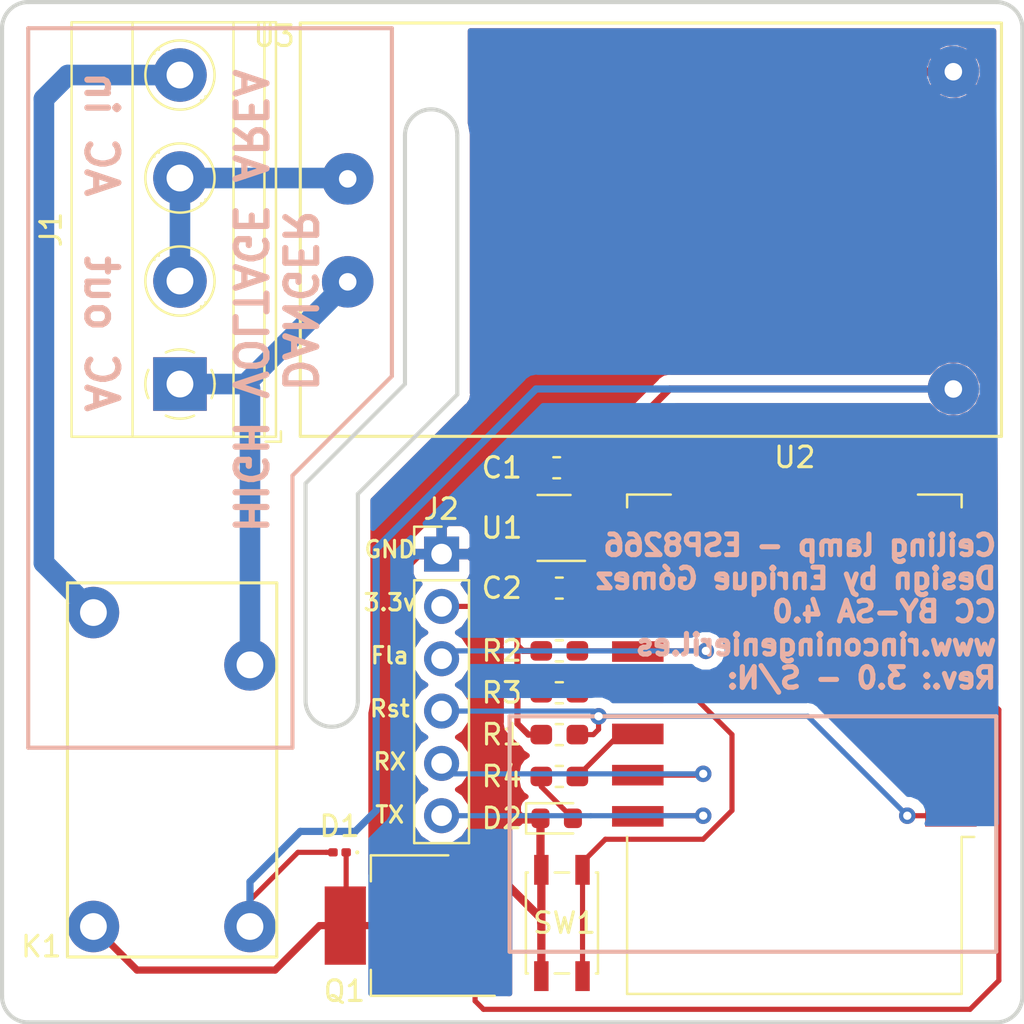
<source format=kicad_pcb>
(kicad_pcb (version 20171130) (host pcbnew 5.1.9-73d0e3b20d~88~ubuntu20.04.1)

  (general
    (thickness 1.6)
    (drawings 31)
    (tracks 167)
    (zones 0)
    (modules 16)
    (nets 27)
  )

  (page A4)
  (layers
    (0 F.Cu signal)
    (31 B.Cu signal)
    (32 B.Adhes user hide)
    (33 F.Adhes user hide)
    (34 B.Paste user hide)
    (35 F.Paste user hide)
    (36 B.SilkS user)
    (37 F.SilkS user)
    (38 B.Mask user)
    (39 F.Mask user)
    (40 Dwgs.User user hide)
    (41 Cmts.User user hide)
    (42 Eco1.User user hide)
    (43 Eco2.User user hide)
    (44 Edge.Cuts user)
    (45 Margin user hide)
    (46 B.CrtYd user hide)
    (47 F.CrtYd user hide)
    (48 B.Fab user hide)
    (49 F.Fab user hide)
  )

  (setup
    (last_trace_width 0.25)
    (user_trace_width 0.3)
    (user_trace_width 0.35)
    (user_trace_width 0.4)
    (user_trace_width 0.5)
    (user_trace_width 0.762)
    (user_trace_width 1)
    (user_trace_width 1.8)
    (user_trace_width 2)
    (trace_clearance 0.2)
    (zone_clearance 0.508)
    (zone_45_only no)
    (trace_min 0.2)
    (via_size 0.8)
    (via_drill 0.4)
    (via_min_size 0.3)
    (via_min_drill 0.3)
    (user_via 0.6 0.3)
    (user_via 0.8 0.4)
    (user_via 1 0.5)
    (uvia_size 0.3)
    (uvia_drill 0.1)
    (uvias_allowed no)
    (uvia_min_size 0.2)
    (uvia_min_drill 0.1)
    (edge_width 0.2)
    (segment_width 0.2)
    (pcb_text_width 0.3)
    (pcb_text_size 1.5 1.5)
    (mod_edge_width 0.15)
    (mod_text_size 1 1)
    (mod_text_width 0.15)
    (pad_size 5 5)
    (pad_drill 3.5)
    (pad_to_mask_clearance 0.075)
    (solder_mask_min_width 0.25)
    (aux_axis_origin 68.58 96.52)
    (visible_elements FFFFFF7F)
    (pcbplotparams
      (layerselection 0x010f0_ffffffff)
      (usegerberextensions true)
      (usegerberattributes false)
      (usegerberadvancedattributes false)
      (creategerberjobfile false)
      (excludeedgelayer true)
      (linewidth 0.100000)
      (plotframeref false)
      (viasonmask false)
      (mode 1)
      (useauxorigin false)
      (hpglpennumber 1)
      (hpglpenspeed 20)
      (hpglpendiameter 15.000000)
      (psnegative false)
      (psa4output false)
      (plotreference true)
      (plotvalue true)
      (plotinvisibletext false)
      (padsonsilk false)
      (subtractmaskfromsilk false)
      (outputformat 1)
      (mirror false)
      (drillshape 0)
      (scaleselection 1)
      (outputdirectory "../../Manufacturing_GERBERs/Ceiling_lamp_V_2_0/"))
  )

  (net 0 "")
  (net 1 +5V)
  (net 2 "Net-(D1-Pad1)")
  (net 3 "Net-(J1-Pad2)")
  (net 4 GND)
  (net 5 "Net-(D2-Pad2)")
  (net 6 +3V3)
  (net 7 /Button)
  (net 8 /Flash)
  (net 9 /Rst)
  (net 10 "Net-(U2-Pad2)")
  (net 11 /Relay)
  (net 12 "Net-(U2-Pad5)")
  (net 13 "Net-(U2-Pad6)")
  (net 14 "Net-(U2-Pad7)")
  (net 15 "Net-(U2-Pad9)")
  (net 16 "Net-(U2-Pad10)")
  (net 17 "Net-(U2-Pad11)")
  (net 18 "Net-(U2-Pad12)")
  (net 19 "Net-(U2-Pad13)")
  (net 20 "Net-(U2-Pad14)")
  (net 21 /RX)
  (net 22 /TX)
  (net 23 "Net-(U1-Pad4)")
  (net 24 /LED)
  (net 25 /RelayL)
  (net 26 /RelayC)

  (net_class Default "This is the default net class."
    (clearance 0.2)
    (trace_width 0.25)
    (via_dia 0.8)
    (via_drill 0.4)
    (uvia_dia 0.3)
    (uvia_drill 0.1)
    (add_net +3V3)
    (add_net +5V)
    (add_net /Button)
    (add_net /Flash)
    (add_net /LED)
    (add_net /RX)
    (add_net /Relay)
    (add_net /RelayC)
    (add_net /RelayL)
    (add_net /Rst)
    (add_net /TX)
    (add_net GND)
    (add_net "Net-(D1-Pad1)")
    (add_net "Net-(D2-Pad2)")
    (add_net "Net-(J1-Pad2)")
    (add_net "Net-(U1-Pad4)")
    (add_net "Net-(U2-Pad10)")
    (add_net "Net-(U2-Pad11)")
    (add_net "Net-(U2-Pad12)")
    (add_net "Net-(U2-Pad13)")
    (add_net "Net-(U2-Pad14)")
    (add_net "Net-(U2-Pad2)")
    (add_net "Net-(U2-Pad5)")
    (add_net "Net-(U2-Pad6)")
    (add_net "Net-(U2-Pad7)")
    (add_net "Net-(U2-Pad9)")
  )

  (module red:HLK-PM01 (layer F.Cu) (tedit 605F8C58) (tstamp 5C173722)
    (at 83.058 68.072)
    (path /5C0B0BFF)
    (fp_text reference U3 (at -1.27 -19.431) (layer F.SilkS)
      (effects (font (size 1 1) (thickness 0.15)))
    )
    (fp_text value HLK-PM01 (at 8.255 -1.778) (layer F.Fab) hide
      (effects (font (size 1 1) (thickness 0.15)))
    )
    (fp_line (start 34.036 0) (end 0 0) (layer F.SilkS) (width 0.15))
    (fp_line (start 34.036 -20.066) (end 34.036 0) (layer F.SilkS) (width 0.15))
    (fp_line (start 0 -20.066) (end 34.036 -20.066) (layer F.SilkS) (width 0.15))
    (fp_line (start 0 0) (end 0 -20.066) (layer F.SilkS) (width 0.15))
    (pad 1 thru_hole circle (at 2.3 -12.5) (size 2.5 2.5) (drill 0.85) (layers *.Cu *.Mask)
      (net 3 "Net-(J1-Pad2)"))
    (pad 2 thru_hole circle (at 2.3 -7.5) (size 2.5 2.5) (drill 0.85) (layers *.Cu *.Mask)
      (net 25 /RelayL))
    (pad 3 thru_hole circle (at 31.7 -17.7) (size 2.5 2.5) (drill 0.85) (layers *.Cu *.Mask)
      (net 4 GND))
    (pad 4 thru_hole circle (at 31.7 -2.3) (size 2.5 2.5) (drill 0.85) (layers *.Cu *.Mask)
      (net 1 +5V))
    (model ${KIPRJMOD}/3dpackages/AC-DC_HLK-PM01.wrl
      (at (xyz 0 0 0))
      (scale (xyz 0.394 0.394 0.394))
      (rotate (xyz 0 0 0))
    )
  )

  (module red:Rele-1461492-2 (layer F.Cu) (tedit 605F8C31) (tstamp 5C3A448E)
    (at 81.915 93.345 90)
    (path /5C0AC50A)
    (fp_text reference K1 (at 0.508 -11.43) (layer F.SilkS)
      (effects (font (size 1 1) (thickness 0.15)))
    )
    (fp_text value 1461492-2 (at 9.271 -5.08 90) (layer F.Fab) hide
      (effects (font (size 1 1) (thickness 0.15)))
    )
    (fp_line (start 0 -10.16) (end 0 0) (layer F.SilkS) (width 0.15))
    (fp_line (start 18.161 -10.16) (end 0 -10.16) (layer F.SilkS) (width 0.15))
    (fp_line (start 18.161 0) (end 18.161 -10.16) (layer F.SilkS) (width 0.15))
    (fp_line (start 0 0) (end 18.161 0) (layer F.SilkS) (width 0.15))
    (pad 1 thru_hole circle (at 1.48 -1.3 90) (size 2.5 2.5) (drill 1.3) (layers *.Cu *.Mask)
      (net 1 +5V))
    (pad 2 thru_hole circle (at 1.48 -8.9 90) (size 2.5 2.5) (drill 1.3) (layers *.Cu *.Mask)
      (net 2 "Net-(D1-Pad1)"))
    (pad 3 thru_hole circle (at 16.72 -8.9 90) (size 2.5 2.5) (drill 1.3) (layers *.Cu *.Mask)
      (net 26 /RelayC))
    (pad 4 thru_hole circle (at 14.18 -1.3 90) (size 2.5 2.5) (drill 1.3) (layers *.Cu *.Mask)
      (net 25 /RelayL))
    (model ${KIPRJMOD}/3dpackages/Relay_655-1461492-2.wrl
      (offset (xyz 9.199999999999999 5 0))
      (scale (xyz 0.39 0.39 0.39))
      (rotate (xyz 180 0 0))
    )
  )

  (module Package_SO:TSOP-5_1.65x3.05mm_P0.95mm (layer F.Cu) (tedit 5C0AE56F) (tstamp 5C173899)
    (at 95.377 72.517 180)
    (descr "TSOP-5 package (comparable to TSOT-23), https://www.vishay.com/docs/71200/71200.pdf")
    (tags "Jedec MO-193C TSOP-5L")
    (path /5C097A30)
    (attr smd)
    (fp_text reference U1 (at 2.54 0) (layer F.SilkS)
      (effects (font (size 1 1) (thickness 0.15)))
    )
    (fp_text value BU33SD5WG-TR (at 0 2.5 180) (layer F.Fab) hide
      (effects (font (size 1 1) (thickness 0.15)))
    )
    (fp_line (start 1.76 1.77) (end -1.76 1.77) (layer F.CrtYd) (width 0.05))
    (fp_line (start 1.76 1.77) (end 1.76 -1.78) (layer F.CrtYd) (width 0.05))
    (fp_line (start -1.76 -1.78) (end -1.76 1.77) (layer F.CrtYd) (width 0.05))
    (fp_line (start -1.76 -1.78) (end 1.76 -1.78) (layer F.CrtYd) (width 0.05))
    (fp_line (start 0.825 -1.525) (end 0.825 1.525) (layer F.Fab) (width 0.1))
    (fp_line (start 0.825 1.525) (end -0.825 1.525) (layer F.Fab) (width 0.1))
    (fp_line (start -0.825 -1.1) (end -0.825 1.525) (layer F.Fab) (width 0.1))
    (fp_line (start 0.825 -1.525) (end -0.425 -1.525) (layer F.Fab) (width 0.1))
    (fp_line (start -0.825 -1.1) (end -0.425 -1.525) (layer F.Fab) (width 0.1))
    (fp_line (start 0.8 -1.6) (end -1.5 -1.6) (layer F.SilkS) (width 0.12))
    (fp_line (start -0.8 1.6) (end 0.8 1.6) (layer F.SilkS) (width 0.12))
    (fp_text user %R (at 0 0 90) (layer F.Fab)
      (effects (font (size 0.5 0.5) (thickness 0.075)))
    )
    (pad 1 smd rect (at -1.16 -0.95 180) (size 0.7 0.51) (layers F.Cu F.Paste F.Mask)
      (net 1 +5V))
    (pad 2 smd rect (at -1.16 0 180) (size 0.7 0.51) (layers F.Cu F.Paste F.Mask)
      (net 4 GND))
    (pad 3 smd rect (at -1.16 0.95 180) (size 0.7 0.51) (layers F.Cu F.Paste F.Mask)
      (net 1 +5V))
    (pad 4 smd rect (at 1.16 0.95 180) (size 0.7 0.51) (layers F.Cu F.Paste F.Mask)
      (net 23 "Net-(U1-Pad4)"))
    (pad 5 smd rect (at 1.16 -0.95 180) (size 0.7 0.51) (layers F.Cu F.Paste F.Mask)
      (net 6 +3V3))
    (model ${KISYS3DMOD}/Package_SO.3dshapes/TSOP-5_1.65x3.05mm_P0.95mm.wrl
      (at (xyz 0 0 0))
      (scale (xyz 1 1 1))
      (rotate (xyz 0 0 0))
    )
  )

  (module Button_Switch_SMD:SW_SPST_EVQP2 (layer F.Cu) (tedit 5C0AE71F) (tstamp 5C173916)
    (at 95.758 91.694 270)
    (descr "Light Touch Switch")
    (path /5C0C9480)
    (attr smd)
    (fp_text reference SW1 (at 0 -0.127 180) (layer F.SilkS)
      (effects (font (size 1 1) (thickness 0.15)))
    )
    (fp_text value SW_Push (at 0 3 270) (layer F.Fab) hide
      (effects (font (size 1 1) (thickness 0.15)))
    )
    (fp_circle (center 0 0) (end 0.9 0) (layer F.Fab) (width 0.1))
    (fp_line (start -2.45 1.75) (end 2.45 1.75) (layer F.SilkS) (width 0.12))
    (fp_line (start 2.45 -1.75) (end -2.45 -1.75) (layer F.SilkS) (width 0.12))
    (fp_line (start 2.45 -0.35) (end 2.45 0.35) (layer F.SilkS) (width 0.12))
    (fp_line (start -2.45 -0.35) (end -2.45 0.35) (layer F.SilkS) (width 0.12))
    (fp_line (start -2.45 -1.75) (end -2.45 -1.65) (layer F.SilkS) (width 0.12))
    (fp_line (start -2.45 1.65) (end -2.45 1.75) (layer F.SilkS) (width 0.12))
    (fp_line (start 2.45 1.75) (end 2.45 1.65) (layer F.SilkS) (width 0.12))
    (fp_line (start 2.45 -1.75) (end 2.45 -1.65) (layer F.SilkS) (width 0.12))
    (fp_line (start -3.55 2) (end -3.55 -2) (layer F.CrtYd) (width 0.05))
    (fp_line (start 3.55 2) (end -3.55 2) (layer F.CrtYd) (width 0.05))
    (fp_line (start 3.55 -2) (end 3.55 2) (layer F.CrtYd) (width 0.05))
    (fp_line (start -3.55 -2) (end 3.55 -2) (layer F.CrtYd) (width 0.05))
    (fp_line (start -2.35 1.75) (end -2.35 -1.75) (layer F.Fab) (width 0.1))
    (fp_line (start 2.35 1.75) (end -2.35 1.75) (layer F.Fab) (width 0.1))
    (fp_line (start 2.35 -1.75) (end 2.35 1.75) (layer F.Fab) (width 0.1))
    (fp_line (start -2.35 -1.75) (end 2.35 -1.75) (layer F.Fab) (width 0.1))
    (fp_text user %R (at -5.588 -1.016 270) (layer F.Fab) hide
      (effects (font (size 1 1) (thickness 0.15)))
    )
    (pad 1 smd rect (at 2.58 -1 270) (size 1.45 0.7) (layers F.Cu F.Paste F.Mask)
      (net 7 /Button))
    (pad 1 smd rect (at -2.58 -1 270) (size 1.45 0.7) (layers F.Cu F.Paste F.Mask)
      (net 7 /Button))
    (pad 2 smd rect (at -2.58 1 270) (size 1.45 0.7) (layers F.Cu F.Paste F.Mask)
      (net 4 GND))
    (pad 2 smd rect (at 2.58 1 270) (size 1.45 0.7) (layers F.Cu F.Paste F.Mask)
      (net 4 GND))
    (model ${KIPRJMOD}/3dpackages/PTS647SN70SMTR2LFS.wrl
      (at (xyz 0 0 0))
      (scale (xyz 0.27 0.27 0.27))
      (rotate (xyz 0 90 90))
    )
  )

  (module Capacitor_SMD:C_0603_1608Metric (layer F.Cu) (tedit 5C0AE5E7) (tstamp 5C1738FC)
    (at 95.631 75.438)
    (descr "Capacitor SMD 0603 (1608 Metric), square (rectangular) end terminal, IPC_7351 nominal, (Body size source: http://www.tortai-tech.com/upload/download/2011102023233369053.pdf), generated with kicad-footprint-generator")
    (tags capacitor)
    (path /5C099656)
    (attr smd)
    (fp_text reference C2 (at -2.794 0) (layer F.SilkS)
      (effects (font (size 1 1) (thickness 0.15)))
    )
    (fp_text value 0.47uF (at 0 1.43) (layer F.Fab) hide
      (effects (font (size 1 1) (thickness 0.15)))
    )
    (fp_line (start -0.8 0.4) (end -0.8 -0.4) (layer F.Fab) (width 0.1))
    (fp_line (start -0.8 -0.4) (end 0.8 -0.4) (layer F.Fab) (width 0.1))
    (fp_line (start 0.8 -0.4) (end 0.8 0.4) (layer F.Fab) (width 0.1))
    (fp_line (start 0.8 0.4) (end -0.8 0.4) (layer F.Fab) (width 0.1))
    (fp_line (start -0.162779 -0.51) (end 0.162779 -0.51) (layer F.SilkS) (width 0.12))
    (fp_line (start -0.162779 0.51) (end 0.162779 0.51) (layer F.SilkS) (width 0.12))
    (fp_line (start -1.48 0.73) (end -1.48 -0.73) (layer F.CrtYd) (width 0.05))
    (fp_line (start -1.48 -0.73) (end 1.48 -0.73) (layer F.CrtYd) (width 0.05))
    (fp_line (start 1.48 -0.73) (end 1.48 0.73) (layer F.CrtYd) (width 0.05))
    (fp_line (start 1.48 0.73) (end -1.48 0.73) (layer F.CrtYd) (width 0.05))
    (fp_text user %R (at 0 0) (layer F.Fab)
      (effects (font (size 0.4 0.4) (thickness 0.06)))
    )
    (pad 2 smd roundrect (at 0.7875 0) (size 0.875 0.95) (layers F.Cu F.Paste F.Mask) (roundrect_rratio 0.25)
      (net 4 GND))
    (pad 1 smd roundrect (at -0.7875 0) (size 0.875 0.95) (layers F.Cu F.Paste F.Mask) (roundrect_rratio 0.25)
      (net 6 +3V3))
    (model ${KISYS3DMOD}/Capacitor_SMD.3dshapes/C_0603_1608Metric.wrl
      (at (xyz 0 0 0))
      (scale (xyz 1 1 1))
      (rotate (xyz 0 0 0))
    )
  )

  (module Capacitor_SMD:C_0603_1608Metric (layer F.Cu) (tedit 5C0AE5EA) (tstamp 5C1738EB)
    (at 95.504 69.596 180)
    (descr "Capacitor SMD 0603 (1608 Metric), square (rectangular) end terminal, IPC_7351 nominal, (Body size source: http://www.tortai-tech.com/upload/download/2011102023233369053.pdf), generated with kicad-footprint-generator")
    (tags capacitor)
    (path /5C099530)
    (attr smd)
    (fp_text reference C1 (at 2.667 0 180) (layer F.SilkS)
      (effects (font (size 1 1) (thickness 0.15)))
    )
    (fp_text value 0.47uF (at 0 1.43 180) (layer F.Fab) hide
      (effects (font (size 1 1) (thickness 0.15)))
    )
    (fp_line (start 1.48 0.73) (end -1.48 0.73) (layer F.CrtYd) (width 0.05))
    (fp_line (start 1.48 -0.73) (end 1.48 0.73) (layer F.CrtYd) (width 0.05))
    (fp_line (start -1.48 -0.73) (end 1.48 -0.73) (layer F.CrtYd) (width 0.05))
    (fp_line (start -1.48 0.73) (end -1.48 -0.73) (layer F.CrtYd) (width 0.05))
    (fp_line (start -0.162779 0.51) (end 0.162779 0.51) (layer F.SilkS) (width 0.12))
    (fp_line (start -0.162779 -0.51) (end 0.162779 -0.51) (layer F.SilkS) (width 0.12))
    (fp_line (start 0.8 0.4) (end -0.8 0.4) (layer F.Fab) (width 0.1))
    (fp_line (start 0.8 -0.4) (end 0.8 0.4) (layer F.Fab) (width 0.1))
    (fp_line (start -0.8 -0.4) (end 0.8 -0.4) (layer F.Fab) (width 0.1))
    (fp_line (start -0.8 0.4) (end -0.8 -0.4) (layer F.Fab) (width 0.1))
    (fp_text user %R (at 0 0 180) (layer F.Fab)
      (effects (font (size 0.4 0.4) (thickness 0.06)))
    )
    (pad 1 smd roundrect (at -0.7875 0 180) (size 0.875 0.95) (layers F.Cu F.Paste F.Mask) (roundrect_rratio 0.25)
      (net 1 +5V))
    (pad 2 smd roundrect (at 0.7875 0 180) (size 0.875 0.95) (layers F.Cu F.Paste F.Mask) (roundrect_rratio 0.25)
      (net 4 GND))
    (model ${KISYS3DMOD}/Capacitor_SMD.3dshapes/C_0603_1608Metric.wrl
      (at (xyz 0 0 0))
      (scale (xyz 1 1 1))
      (rotate (xyz 0 0 0))
    )
  )

  (module Connector_PinHeader_2.54mm:PinHeader_1x06_P2.54mm_Vertical (layer F.Cu) (tedit 5C0AE9F9) (tstamp 5C1738DA)
    (at 89.916 73.787)
    (descr "Through hole straight pin header, 1x06, 2.54mm pitch, single row")
    (tags "Through hole pin header THT 1x06 2.54mm single row")
    (path /5C0A9857)
    (fp_text reference J2 (at -0.016 -2.187 180) (layer F.SilkS)
      (effects (font (size 1 1) (thickness 0.15)))
    )
    (fp_text value Conn_01x06_Female (at 0 15.03) (layer F.Fab) hide
      (effects (font (size 1 1) (thickness 0.15)))
    )
    (fp_line (start 1.8 -1.8) (end -1.8 -1.8) (layer F.CrtYd) (width 0.05))
    (fp_line (start 1.8 14.5) (end 1.8 -1.8) (layer F.CrtYd) (width 0.05))
    (fp_line (start -1.8 14.5) (end 1.8 14.5) (layer F.CrtYd) (width 0.05))
    (fp_line (start -1.8 -1.8) (end -1.8 14.5) (layer F.CrtYd) (width 0.05))
    (fp_line (start -1.33 -1.33) (end 0 -1.33) (layer F.SilkS) (width 0.12))
    (fp_line (start -1.33 0) (end -1.33 -1.33) (layer F.SilkS) (width 0.12))
    (fp_line (start -1.33 1.27) (end 1.33 1.27) (layer F.SilkS) (width 0.12))
    (fp_line (start 1.33 1.27) (end 1.33 14.03) (layer F.SilkS) (width 0.12))
    (fp_line (start -1.33 1.27) (end -1.33 14.03) (layer F.SilkS) (width 0.12))
    (fp_line (start -1.33 14.03) (end 1.33 14.03) (layer F.SilkS) (width 0.12))
    (fp_line (start -1.27 -0.635) (end -0.635 -1.27) (layer F.Fab) (width 0.1))
    (fp_line (start -1.27 13.97) (end -1.27 -0.635) (layer F.Fab) (width 0.1))
    (fp_line (start 1.27 13.97) (end -1.27 13.97) (layer F.Fab) (width 0.1))
    (fp_line (start 1.27 -1.27) (end 1.27 13.97) (layer F.Fab) (width 0.1))
    (fp_line (start -0.635 -1.27) (end 1.27 -1.27) (layer F.Fab) (width 0.1))
    (fp_text user %R (at 0 6.35 90) (layer F.Fab)
      (effects (font (size 1 1) (thickness 0.15)))
    )
    (pad 1 thru_hole rect (at 0 0) (size 1.7 1.7) (drill 1) (layers *.Cu *.Mask)
      (net 4 GND))
    (pad 2 thru_hole oval (at 0 2.54) (size 1.7 1.7) (drill 1) (layers *.Cu *.Mask)
      (net 6 +3V3))
    (pad 3 thru_hole oval (at 0 5.08) (size 1.7 1.7) (drill 1) (layers *.Cu *.Mask)
      (net 8 /Flash))
    (pad 4 thru_hole oval (at 0 7.62) (size 1.7 1.7) (drill 1) (layers *.Cu *.Mask)
      (net 9 /Rst))
    (pad 5 thru_hole oval (at 0 10.16) (size 1.7 1.7) (drill 1) (layers *.Cu *.Mask)
      (net 21 /RX))
    (pad 6 thru_hole oval (at 0 12.7) (size 1.7 1.7) (drill 1) (layers *.Cu *.Mask)
      (net 22 /TX))
    (model ${KISYS3DMOD}/Connector_PinHeader_2.54mm.3dshapes/PinHeader_1x06_P2.54mm_Vertical.wrl
      (at (xyz 0 0 0))
      (scale (xyz 1 1 1))
      (rotate (xyz 0 0 0))
    )
  )

  (module Diode_SMD:D_0201_0603Metric (layer F.Cu) (tedit 5C0AE8BC) (tstamp 5C1738C0)
    (at 84.963 88.265 180)
    (descr "Diode SMD 0201 (0603 Metric), square (rectangular) end terminal, IPC_7351 nominal, (Body size source: https://www.vishay.com/docs/20052/crcw0201e3.pdf), generated with kicad-footprint-generator")
    (tags diode)
    (path /5C0ACAFD)
    (attr smd)
    (fp_text reference D1 (at 0 1.27) (layer F.SilkS)
      (effects (font (size 1 1) (thickness 0.15)))
    )
    (fp_text value RGF1B (at 0 1.05 180) (layer F.Fab) hide
      (effects (font (size 1 1) (thickness 0.15)))
    )
    (fp_line (start 0.7 0.35) (end -0.7 0.35) (layer F.CrtYd) (width 0.05))
    (fp_line (start 0.7 -0.35) (end 0.7 0.35) (layer F.CrtYd) (width 0.05))
    (fp_line (start -0.7 -0.35) (end 0.7 -0.35) (layer F.CrtYd) (width 0.05))
    (fp_line (start -0.7 0.35) (end -0.7 -0.35) (layer F.CrtYd) (width 0.05))
    (fp_line (start -0.1 0.15) (end -0.1 -0.15) (layer F.Fab) (width 0.1))
    (fp_line (start -0.2 0.15) (end -0.2 -0.15) (layer F.Fab) (width 0.1))
    (fp_line (start 0.3 0.15) (end -0.3 0.15) (layer F.Fab) (width 0.1))
    (fp_line (start 0.3 -0.15) (end 0.3 0.15) (layer F.Fab) (width 0.1))
    (fp_line (start -0.3 -0.15) (end 0.3 -0.15) (layer F.Fab) (width 0.1))
    (fp_line (start -0.3 0.15) (end -0.3 -0.15) (layer F.Fab) (width 0.1))
    (fp_circle (center -0.86 0) (end -0.81 0) (layer F.SilkS) (width 0.1))
    (fp_text user %R (at 0 -0.68 180) (layer F.Fab)
      (effects (font (size 0.25 0.25) (thickness 0.04)))
    )
    (pad "" smd roundrect (at -0.345 0 180) (size 0.318 0.36) (layers F.Paste) (roundrect_rratio 0.25))
    (pad "" smd roundrect (at 0.345 0 180) (size 0.318 0.36) (layers F.Paste) (roundrect_rratio 0.25))
    (pad 1 smd roundrect (at -0.32 0 180) (size 0.46 0.4) (layers F.Cu F.Mask) (roundrect_rratio 0.25)
      (net 2 "Net-(D1-Pad1)"))
    (pad 2 smd roundrect (at 0.32 0 180) (size 0.46 0.4) (layers F.Cu F.Mask) (roundrect_rratio 0.25)
      (net 1 +5V))
    (model ${KIPRJMOD}/3dpackages/AB2_DO-214AC.wrl
      (at (xyz 0 0 0))
      (scale (xyz 0.1 0.1 0.1))
      (rotate (xyz 0 0 0))
    )
  )

  (module LED_SMD:LED_0603_1608Metric (layer F.Cu) (tedit 5C0AE56C) (tstamp 5C1738AC)
    (at 95.504 86.614)
    (descr "LED SMD 0603 (1608 Metric), square (rectangular) end terminal, IPC_7351 nominal, (Body size source: http://www.tortai-tech.com/upload/download/2011102023233369053.pdf), generated with kicad-footprint-generator")
    (tags diode)
    (path /5C0E8F47)
    (attr smd)
    (fp_text reference D2 (at -2.667 0) (layer F.SilkS)
      (effects (font (size 1 1) (thickness 0.15)))
    )
    (fp_text value LED_verde (at 0 1.43) (layer F.Fab) hide
      (effects (font (size 1 1) (thickness 0.15)))
    )
    (fp_line (start 1.48 0.73) (end -1.48 0.73) (layer F.CrtYd) (width 0.05))
    (fp_line (start 1.48 -0.73) (end 1.48 0.73) (layer F.CrtYd) (width 0.05))
    (fp_line (start -1.48 -0.73) (end 1.48 -0.73) (layer F.CrtYd) (width 0.05))
    (fp_line (start -1.48 0.73) (end -1.48 -0.73) (layer F.CrtYd) (width 0.05))
    (fp_line (start -1.485 0.735) (end 0.8 0.735) (layer F.SilkS) (width 0.12))
    (fp_line (start -1.485 -0.735) (end -1.485 0.735) (layer F.SilkS) (width 0.12))
    (fp_line (start 0.8 -0.735) (end -1.485 -0.735) (layer F.SilkS) (width 0.12))
    (fp_line (start 0.8 0.4) (end 0.8 -0.4) (layer F.Fab) (width 0.1))
    (fp_line (start -0.8 0.4) (end 0.8 0.4) (layer F.Fab) (width 0.1))
    (fp_line (start -0.8 -0.1) (end -0.8 0.4) (layer F.Fab) (width 0.1))
    (fp_line (start -0.5 -0.4) (end -0.8 -0.1) (layer F.Fab) (width 0.1))
    (fp_line (start 0.8 -0.4) (end -0.5 -0.4) (layer F.Fab) (width 0.1))
    (fp_text user %R (at 0 0 180) (layer F.Fab)
      (effects (font (size 0.4 0.4) (thickness 0.06)))
    )
    (pad 1 smd roundrect (at -0.7875 0) (size 0.875 0.95) (layers F.Cu F.Paste F.Mask) (roundrect_rratio 0.25)
      (net 4 GND))
    (pad 2 smd roundrect (at 0.7875 0) (size 0.875 0.95) (layers F.Cu F.Paste F.Mask) (roundrect_rratio 0.25)
      (net 5 "Net-(D2-Pad2)"))
    (model ${KISYS3DMOD}/LED_SMD.3dshapes/LED_0603_1608Metric.wrl
      (at (xyz 0 0 0))
      (scale (xyz 1 1 1))
      (rotate (xyz 0 0 0))
    )
  )

  (module RF_Module:ESP-12E (layer F.Cu) (tedit 5C0AE7AC) (tstamp 5C17386F)
    (at 107.041 83.018 180)
    (descr "Wi-Fi Module, http://wiki.ai-thinker.com/_media/esp8266/docs/aithinker_esp_12f_datasheet_en.pdf")
    (tags "Wi-Fi Module")
    (path /5C096F0A)
    (attr smd)
    (fp_text reference U2 (at -0.02 13.93 180) (layer F.SilkS)
      (effects (font (size 1 1) (thickness 0.15)))
    )
    (fp_text value ESP-12E (at -0.06 -12.78 180) (layer F.Fab) hide
      (effects (font (size 1 1) (thickness 0.15)))
    )
    (fp_line (start 5.56 -4.8) (end 8.12 -7.36) (layer Dwgs.User) (width 0.12))
    (fp_line (start 2.56 -4.8) (end 8.12 -10.36) (layer Dwgs.User) (width 0.12))
    (fp_line (start -0.44 -4.8) (end 6.88 -12.12) (layer Dwgs.User) (width 0.12))
    (fp_line (start -3.44 -4.8) (end 3.88 -12.12) (layer Dwgs.User) (width 0.12))
    (fp_line (start -6.44 -4.8) (end 0.88 -12.12) (layer Dwgs.User) (width 0.12))
    (fp_line (start -8.12 -6.12) (end -2.12 -12.12) (layer Dwgs.User) (width 0.12))
    (fp_line (start -8.12 -9.12) (end -5.12 -12.12) (layer Dwgs.User) (width 0.12))
    (fp_line (start -8.12 -4.8) (end -8.12 -12.12) (layer Dwgs.User) (width 0.12))
    (fp_line (start 8.12 -4.8) (end -8.12 -4.8) (layer Dwgs.User) (width 0.12))
    (fp_line (start 8.12 -12.12) (end 8.12 -4.8) (layer Dwgs.User) (width 0.12))
    (fp_line (start -8.12 -12.12) (end 8.12 -12.12) (layer Dwgs.User) (width 0.12))
    (fp_line (start -8.12 -4.5) (end -8.73 -4.5) (layer F.SilkS) (width 0.12))
    (fp_line (start -8.12 -4.5) (end -8.12 -12.12) (layer F.SilkS) (width 0.12))
    (fp_line (start -8.12 12.12) (end -8.12 11.5) (layer F.SilkS) (width 0.12))
    (fp_line (start -6 12.12) (end -8.12 12.12) (layer F.SilkS) (width 0.12))
    (fp_line (start 8.12 12.12) (end 6 12.12) (layer F.SilkS) (width 0.12))
    (fp_line (start 8.12 11.5) (end 8.12 12.12) (layer F.SilkS) (width 0.12))
    (fp_line (start 8.12 -12.12) (end 8.12 -4.5) (layer F.SilkS) (width 0.12))
    (fp_line (start -8.12 -12.12) (end 8.12 -12.12) (layer F.SilkS) (width 0.12))
    (fp_line (start -9.05 13.1) (end -9.05 -12.2) (layer F.CrtYd) (width 0.05))
    (fp_line (start 9.05 13.1) (end -9.05 13.1) (layer F.CrtYd) (width 0.05))
    (fp_line (start 9.05 -12.2) (end 9.05 13.1) (layer F.CrtYd) (width 0.05))
    (fp_line (start -9.05 -12.2) (end 9.05 -12.2) (layer F.CrtYd) (width 0.05))
    (fp_line (start -8 -4) (end -8 -12) (layer F.Fab) (width 0.12))
    (fp_line (start -7.5 -3.5) (end -8 -4) (layer F.Fab) (width 0.12))
    (fp_line (start -8 -3) (end -7.5 -3.5) (layer F.Fab) (width 0.12))
    (fp_line (start -8 12) (end -8 -3) (layer F.Fab) (width 0.12))
    (fp_line (start 8 12) (end -8 12) (layer F.Fab) (width 0.12))
    (fp_line (start 8 -12) (end 8 12) (layer F.Fab) (width 0.12))
    (fp_line (start -8 -12) (end 8 -12) (layer F.Fab) (width 0.12))
    (fp_text user Antenna (at -0.06 -7) (layer Cmts.User)
      (effects (font (size 1 1) (thickness 0.15)))
    )
    (fp_text user "KEEP-OUT ZONE" (at 0.03 -9.55) (layer Cmts.User)
      (effects (font (size 1 1) (thickness 0.15)))
    )
    (fp_text user %R (at 0.49 -0.8 180) (layer F.Fab) hide
      (effects (font (size 1 1) (thickness 0.15)))
    )
    (pad 1 smd rect (at -7.6 -3.5 180) (size 2.5 1) (layers F.Cu F.Paste F.Mask)
      (net 9 /Rst))
    (pad 2 smd rect (at -7.6 -1.5 180) (size 2.5 1) (layers F.Cu F.Paste F.Mask)
      (net 10 "Net-(U2-Pad2)"))
    (pad 3 smd rect (at -7.6 0.5 180) (size 2.5 1) (layers F.Cu F.Paste F.Mask)
      (net 6 +3V3))
    (pad 4 smd rect (at -7.6 2.5 180) (size 2.5 1) (layers F.Cu F.Paste F.Mask)
      (net 11 /Relay))
    (pad 5 smd rect (at -7.6 4.5 180) (size 2.5 1) (layers F.Cu F.Paste F.Mask)
      (net 12 "Net-(U2-Pad5)"))
    (pad 6 smd rect (at -7.6 6.5 180) (size 2.5 1) (layers F.Cu F.Paste F.Mask)
      (net 13 "Net-(U2-Pad6)"))
    (pad 7 smd rect (at -7.6 8.5 180) (size 2.5 1) (layers F.Cu F.Paste F.Mask)
      (net 14 "Net-(U2-Pad7)"))
    (pad 8 smd rect (at -7.6 10.5 180) (size 2.5 1) (layers F.Cu F.Paste F.Mask)
      (net 6 +3V3))
    (pad 9 smd rect (at -5 12 180) (size 1 1.8) (layers F.Cu F.Paste F.Mask)
      (net 15 "Net-(U2-Pad9)"))
    (pad 10 smd rect (at -3 12 180) (size 1 1.8) (layers F.Cu F.Paste F.Mask)
      (net 16 "Net-(U2-Pad10)"))
    (pad 11 smd rect (at -1 12 180) (size 1 1.8) (layers F.Cu F.Paste F.Mask)
      (net 17 "Net-(U2-Pad11)"))
    (pad 12 smd rect (at 1 12 180) (size 1 1.8) (layers F.Cu F.Paste F.Mask)
      (net 18 "Net-(U2-Pad12)"))
    (pad 13 smd rect (at 3 12 180) (size 1 1.8) (layers F.Cu F.Paste F.Mask)
      (net 19 "Net-(U2-Pad13)"))
    (pad 14 smd rect (at 5 12 180) (size 1 1.8) (layers F.Cu F.Paste F.Mask)
      (net 20 "Net-(U2-Pad14)"))
    (pad 15 smd rect (at 7.6 10.5 180) (size 2.5 1) (layers F.Cu F.Paste F.Mask)
      (net 4 GND))
    (pad 16 smd rect (at 7.6 8.5 180) (size 2.5 1) (layers F.Cu F.Paste F.Mask)
      (net 4 GND))
    (pad 17 smd rect (at 7.6 6.5 180) (size 2.5 1) (layers F.Cu F.Paste F.Mask)
      (net 6 +3V3))
    (pad 18 smd rect (at 7.6 4.5 180) (size 2.5 1) (layers F.Cu F.Paste F.Mask)
      (net 8 /Flash))
    (pad 19 smd rect (at 7.6 2.5 180) (size 2.5 1) (layers F.Cu F.Paste F.Mask)
      (net 7 /Button))
    (pad 20 smd rect (at 7.6 0.5 180) (size 2.5 1) (layers F.Cu F.Paste F.Mask)
      (net 24 /LED))
    (pad 21 smd rect (at 7.6 -1.5 180) (size 2.5 1) (layers F.Cu F.Paste F.Mask)
      (net 21 /RX))
    (pad 22 smd rect (at 7.6 -3.5 180) (size 2.5 1) (layers F.Cu F.Paste F.Mask)
      (net 22 /TX))
    (model ${KIPRJMOD}/3dpackages/ESP8266.wrl
      (offset (xyz 11.5 -13.5 0))
      (scale (xyz 0.4 0.4 0.4))
      (rotate (xyz 0 0 90))
    )
  )

  (module Resistor_SMD:R_0603_1608Metric_Pad1.05x0.95mm_HandSolder (layer F.Cu) (tedit 5C0AE758) (tstamp 5C173834)
    (at 95.631 82.55 180)
    (descr "Resistor SMD 0603 (1608 Metric), square (rectangular) end terminal, IPC_7351 nominal with elongated pad for handsoldering. (Body size source: http://www.tortai-tech.com/upload/download/2011102023233369053.pdf), generated with kicad-footprint-generator")
    (tags "resistor handsolder")
    (path /5C09F522)
    (attr smd)
    (fp_text reference R1 (at 2.794 0 180) (layer F.SilkS)
      (effects (font (size 1 1) (thickness 0.15)))
    )
    (fp_text value 10k (at 0 1.43 180) (layer F.Fab) hide
      (effects (font (size 1 1) (thickness 0.15)))
    )
    (fp_line (start -0.8 0.4) (end -0.8 -0.4) (layer F.Fab) (width 0.1))
    (fp_line (start -0.8 -0.4) (end 0.8 -0.4) (layer F.Fab) (width 0.1))
    (fp_line (start 0.8 -0.4) (end 0.8 0.4) (layer F.Fab) (width 0.1))
    (fp_line (start 0.8 0.4) (end -0.8 0.4) (layer F.Fab) (width 0.1))
    (fp_line (start -0.171267 -0.51) (end 0.171267 -0.51) (layer F.SilkS) (width 0.12))
    (fp_line (start -0.171267 0.51) (end 0.171267 0.51) (layer F.SilkS) (width 0.12))
    (fp_line (start -1.65 0.73) (end -1.65 -0.73) (layer F.CrtYd) (width 0.05))
    (fp_line (start -1.65 -0.73) (end 1.65 -0.73) (layer F.CrtYd) (width 0.05))
    (fp_line (start 1.65 -0.73) (end 1.65 0.73) (layer F.CrtYd) (width 0.05))
    (fp_line (start 1.65 0.73) (end -1.65 0.73) (layer F.CrtYd) (width 0.05))
    (fp_text user %R (at 0 0 180) (layer F.Fab)
      (effects (font (size 0.4 0.4) (thickness 0.06)))
    )
    (pad 2 smd roundrect (at 0.875 0 180) (size 1.05 0.95) (layers F.Cu F.Paste F.Mask) (roundrect_rratio 0.25)
      (net 6 +3V3))
    (pad 1 smd roundrect (at -0.875 0 180) (size 1.05 0.95) (layers F.Cu F.Paste F.Mask) (roundrect_rratio 0.25)
      (net 9 /Rst))
    (model ${KISYS3DMOD}/Resistor_SMD.3dshapes/R_0603_1608Metric.wrl
      (at (xyz 0 0 0))
      (scale (xyz 1 1 1))
      (rotate (xyz 0 0 0))
    )
  )

  (module Resistor_SMD:R_0603_1608Metric_Pad1.05x0.95mm_HandSolder (layer F.Cu) (tedit 5C0AE741) (tstamp 5C173823)
    (at 95.631 78.486)
    (descr "Resistor SMD 0603 (1608 Metric), square (rectangular) end terminal, IPC_7351 nominal with elongated pad for handsoldering. (Body size source: http://www.tortai-tech.com/upload/download/2011102023233369053.pdf), generated with kicad-footprint-generator")
    (tags "resistor handsolder")
    (path /5C0A0E94)
    (attr smd)
    (fp_text reference R2 (at -2.794 0) (layer F.SilkS)
      (effects (font (size 1 1) (thickness 0.15)))
    )
    (fp_text value 10k (at 0 1.43) (layer F.Fab) hide
      (effects (font (size 1 1) (thickness 0.15)))
    )
    (fp_line (start 1.65 0.73) (end -1.65 0.73) (layer F.CrtYd) (width 0.05))
    (fp_line (start 1.65 -0.73) (end 1.65 0.73) (layer F.CrtYd) (width 0.05))
    (fp_line (start -1.65 -0.73) (end 1.65 -0.73) (layer F.CrtYd) (width 0.05))
    (fp_line (start -1.65 0.73) (end -1.65 -0.73) (layer F.CrtYd) (width 0.05))
    (fp_line (start -0.171267 0.51) (end 0.171267 0.51) (layer F.SilkS) (width 0.12))
    (fp_line (start -0.171267 -0.51) (end 0.171267 -0.51) (layer F.SilkS) (width 0.12))
    (fp_line (start 0.8 0.4) (end -0.8 0.4) (layer F.Fab) (width 0.1))
    (fp_line (start 0.8 -0.4) (end 0.8 0.4) (layer F.Fab) (width 0.1))
    (fp_line (start -0.8 -0.4) (end 0.8 -0.4) (layer F.Fab) (width 0.1))
    (fp_line (start -0.8 0.4) (end -0.8 -0.4) (layer F.Fab) (width 0.1))
    (fp_text user %R (at 0 0.124999) (layer F.Fab)
      (effects (font (size 0.4 0.4) (thickness 0.06)))
    )
    (pad 1 smd roundrect (at -0.875 0) (size 1.05 0.95) (layers F.Cu F.Paste F.Mask) (roundrect_rratio 0.25)
      (net 6 +3V3))
    (pad 2 smd roundrect (at 0.875 0) (size 1.05 0.95) (layers F.Cu F.Paste F.Mask) (roundrect_rratio 0.25)
      (net 8 /Flash))
    (model ${KISYS3DMOD}/Resistor_SMD.3dshapes/R_0603_1608Metric.wrl
      (at (xyz 0 0 0))
      (scale (xyz 1 1 1))
      (rotate (xyz 0 0 0))
    )
  )

  (module Resistor_SMD:R_0603_1608Metric_Pad1.05x0.95mm_HandSolder (layer F.Cu) (tedit 5C0AE7BC) (tstamp 5C173812)
    (at 95.631 80.518 180)
    (descr "Resistor SMD 0603 (1608 Metric), square (rectangular) end terminal, IPC_7351 nominal with elongated pad for handsoldering. (Body size source: http://www.tortai-tech.com/upload/download/2011102023233369053.pdf), generated with kicad-footprint-generator")
    (tags "resistor handsolder")
    (path /5C0C9579)
    (attr smd)
    (fp_text reference R3 (at 2.794 0 180) (layer F.SilkS)
      (effects (font (size 1 1) (thickness 0.15)))
    )
    (fp_text value 10k (at 0 1.43 180) (layer F.Fab) hide
      (effects (font (size 1 1) (thickness 0.15)))
    )
    (fp_line (start -0.8 0.4) (end -0.8 -0.4) (layer F.Fab) (width 0.1))
    (fp_line (start -0.8 -0.4) (end 0.8 -0.4) (layer F.Fab) (width 0.1))
    (fp_line (start 0.8 -0.4) (end 0.8 0.4) (layer F.Fab) (width 0.1))
    (fp_line (start 0.8 0.4) (end -0.8 0.4) (layer F.Fab) (width 0.1))
    (fp_line (start -0.171267 -0.51) (end 0.171267 -0.51) (layer F.SilkS) (width 0.12))
    (fp_line (start -0.171267 0.51) (end 0.171267 0.51) (layer F.SilkS) (width 0.12))
    (fp_line (start -1.65 0.73) (end -1.65 -0.73) (layer F.CrtYd) (width 0.05))
    (fp_line (start -1.65 -0.73) (end 1.65 -0.73) (layer F.CrtYd) (width 0.05))
    (fp_line (start 1.65 -0.73) (end 1.65 0.73) (layer F.CrtYd) (width 0.05))
    (fp_line (start 1.65 0.73) (end -1.65 0.73) (layer F.CrtYd) (width 0.05))
    (fp_text user %R (at 0 0 180) (layer F.Fab)
      (effects (font (size 0.4 0.4) (thickness 0.06)))
    )
    (pad 2 smd roundrect (at 0.875 0 180) (size 1.05 0.95) (layers F.Cu F.Paste F.Mask) (roundrect_rratio 0.25)
      (net 6 +3V3))
    (pad 1 smd roundrect (at -0.875 0 180) (size 1.05 0.95) (layers F.Cu F.Paste F.Mask) (roundrect_rratio 0.25)
      (net 7 /Button))
    (model ${KISYS3DMOD}/Resistor_SMD.3dshapes/R_0603_1608Metric.wrl
      (at (xyz 0 0 0))
      (scale (xyz 1 1 1))
      (rotate (xyz 0 0 0))
    )
  )

  (module Resistor_SMD:R_0603_1608Metric_Pad1.05x0.95mm_HandSolder (layer F.Cu) (tedit 5C0AE568) (tstamp 5C173801)
    (at 95.631 84.582)
    (descr "Resistor SMD 0603 (1608 Metric), square (rectangular) end terminal, IPC_7351 nominal with elongated pad for handsoldering. (Body size source: http://www.tortai-tech.com/upload/download/2011102023233369053.pdf), generated with kicad-footprint-generator")
    (tags "resistor handsolder")
    (path /5C0E8E79)
    (attr smd)
    (fp_text reference R4 (at -2.794 0) (layer F.SilkS)
      (effects (font (size 1 1) (thickness 0.15)))
    )
    (fp_text value 82.5 (at 0 1.43) (layer F.Fab) hide
      (effects (font (size 1 1) (thickness 0.15)))
    )
    (fp_line (start 1.65 0.73) (end -1.65 0.73) (layer F.CrtYd) (width 0.05))
    (fp_line (start 1.65 -0.73) (end 1.65 0.73) (layer F.CrtYd) (width 0.05))
    (fp_line (start -1.65 -0.73) (end 1.65 -0.73) (layer F.CrtYd) (width 0.05))
    (fp_line (start -1.65 0.73) (end -1.65 -0.73) (layer F.CrtYd) (width 0.05))
    (fp_line (start -0.171267 0.51) (end 0.171267 0.51) (layer F.SilkS) (width 0.12))
    (fp_line (start -0.171267 -0.51) (end 0.171267 -0.51) (layer F.SilkS) (width 0.12))
    (fp_line (start 0.8 0.4) (end -0.8 0.4) (layer F.Fab) (width 0.1))
    (fp_line (start 0.8 -0.4) (end 0.8 0.4) (layer F.Fab) (width 0.1))
    (fp_line (start -0.8 -0.4) (end 0.8 -0.4) (layer F.Fab) (width 0.1))
    (fp_line (start -0.8 0.4) (end -0.8 -0.4) (layer F.Fab) (width 0.1))
    (fp_text user %R (at 0 0) (layer F.Fab)
      (effects (font (size 0.4 0.4) (thickness 0.06)))
    )
    (pad 1 smd roundrect (at -0.875 0) (size 1.05 0.95) (layers F.Cu F.Paste F.Mask) (roundrect_rratio 0.25)
      (net 5 "Net-(D2-Pad2)"))
    (pad 2 smd roundrect (at 0.875 0) (size 1.05 0.95) (layers F.Cu F.Paste F.Mask) (roundrect_rratio 0.25)
      (net 24 /LED))
    (model ${KISYS3DMOD}/Resistor_SMD.3dshapes/R_0603_1608Metric.wrl
      (at (xyz 0 0 0))
      (scale (xyz 1 1 1))
      (rotate (xyz 0 0 0))
    )
  )

  (module Package_TO_SOT_SMD:SOT-223 (layer F.Cu) (tedit 5A02FF57) (tstamp 5C2E6A60)
    (at 88.392 91.821 180)
    (descr "module CMS SOT223 4 pins")
    (tags "CMS SOT")
    (path /5C2E9661)
    (attr smd)
    (fp_text reference Q1 (at 3.192 -3.179) (layer F.SilkS)
      (effects (font (size 1 1) (thickness 0.15)))
    )
    (fp_text value FDN537N (at 0 4.5 180) (layer F.Fab)
      (effects (font (size 1 1) (thickness 0.15)))
    )
    (fp_line (start 1.85 -3.35) (end 1.85 3.35) (layer F.Fab) (width 0.1))
    (fp_line (start -1.85 3.35) (end 1.85 3.35) (layer F.Fab) (width 0.1))
    (fp_line (start -4.1 -3.41) (end 1.91 -3.41) (layer F.SilkS) (width 0.12))
    (fp_line (start -0.8 -3.35) (end 1.85 -3.35) (layer F.Fab) (width 0.1))
    (fp_line (start -1.85 3.41) (end 1.91 3.41) (layer F.SilkS) (width 0.12))
    (fp_line (start -1.85 -2.3) (end -1.85 3.35) (layer F.Fab) (width 0.1))
    (fp_line (start -4.4 -3.6) (end -4.4 3.6) (layer F.CrtYd) (width 0.05))
    (fp_line (start -4.4 3.6) (end 4.4 3.6) (layer F.CrtYd) (width 0.05))
    (fp_line (start 4.4 3.6) (end 4.4 -3.6) (layer F.CrtYd) (width 0.05))
    (fp_line (start 4.4 -3.6) (end -4.4 -3.6) (layer F.CrtYd) (width 0.05))
    (fp_line (start 1.91 -3.41) (end 1.91 -2.15) (layer F.SilkS) (width 0.12))
    (fp_line (start 1.91 3.41) (end 1.91 2.15) (layer F.SilkS) (width 0.12))
    (fp_line (start -1.85 -2.3) (end -0.8 -3.35) (layer F.Fab) (width 0.1))
    (fp_text user %R (at 0 0 -90) (layer F.Fab)
      (effects (font (size 0.8 0.8) (thickness 0.12)))
    )
    (pad 4 smd rect (at 3.15 0 180) (size 2 3.8) (layers F.Cu F.Paste F.Mask)
      (net 2 "Net-(D1-Pad1)"))
    (pad 2 smd rect (at -3.15 0 180) (size 2 1.5) (layers F.Cu F.Paste F.Mask)
      (net 2 "Net-(D1-Pad1)"))
    (pad 3 smd rect (at -3.15 2.3 180) (size 2 1.5) (layers F.Cu F.Paste F.Mask)
      (net 4 GND))
    (pad 1 smd rect (at -3.15 -2.3 180) (size 2 1.5) (layers F.Cu F.Paste F.Mask)
      (net 11 /Relay))
    (model ${KISYS3DMOD}/Package_TO_SOT_SMD.3dshapes/SOT-223.wrl
      (at (xyz 0 0 0))
      (scale (xyz 1 1 1))
      (rotate (xyz 0 0 0))
    )
  )

  (module TerminalBlock_Phoenix:TerminalBlock_Phoenix_MKDS-1,5-4_1x04_P5.00mm_Horizontal (layer F.Cu) (tedit 5B294EE5) (tstamp 5D6A0024)
    (at 77.216 65.532 90)
    (descr "Terminal Block Phoenix MKDS-1,5-4, 4 pins, pitch 5mm, size 20x9.8mm^2, drill diamater 1.3mm, pad diameter 2.6mm, see http://www.farnell.com/datasheets/100425.pdf, script-generated using https://github.com/pointhi/kicad-footprint-generator/scripts/TerminalBlock_Phoenix")
    (tags "THT Terminal Block Phoenix MKDS-1,5-4 pitch 5mm size 20x9.8mm^2 drill 1.3mm pad 2.6mm")
    (path /5D5E35BB)
    (fp_text reference J1 (at 7.5 -6.26 90) (layer F.SilkS)
      (effects (font (size 1 1) (thickness 0.15)))
    )
    (fp_text value Screw_Terminal_01x04 (at 7.5 5.66 90) (layer F.Fab)
      (effects (font (size 1 1) (thickness 0.15)))
    )
    (fp_line (start 18 -5.71) (end -3 -5.71) (layer F.CrtYd) (width 0.05))
    (fp_line (start 18 5.1) (end 18 -5.71) (layer F.CrtYd) (width 0.05))
    (fp_line (start -3 5.1) (end 18 5.1) (layer F.CrtYd) (width 0.05))
    (fp_line (start -3 -5.71) (end -3 5.1) (layer F.CrtYd) (width 0.05))
    (fp_line (start -2.8 4.9) (end -2.3 4.9) (layer F.SilkS) (width 0.12))
    (fp_line (start -2.8 4.16) (end -2.8 4.9) (layer F.SilkS) (width 0.12))
    (fp_line (start 13.773 1.023) (end 13.726 1.069) (layer F.SilkS) (width 0.12))
    (fp_line (start 16.07 -1.275) (end 16.035 -1.239) (layer F.SilkS) (width 0.12))
    (fp_line (start 13.966 1.239) (end 13.931 1.274) (layer F.SilkS) (width 0.12))
    (fp_line (start 16.275 -1.069) (end 16.228 -1.023) (layer F.SilkS) (width 0.12))
    (fp_line (start 15.955 -1.138) (end 13.863 0.955) (layer F.Fab) (width 0.1))
    (fp_line (start 16.138 -0.955) (end 14.046 1.138) (layer F.Fab) (width 0.1))
    (fp_line (start 8.773 1.023) (end 8.726 1.069) (layer F.SilkS) (width 0.12))
    (fp_line (start 11.07 -1.275) (end 11.035 -1.239) (layer F.SilkS) (width 0.12))
    (fp_line (start 8.966 1.239) (end 8.931 1.274) (layer F.SilkS) (width 0.12))
    (fp_line (start 11.275 -1.069) (end 11.228 -1.023) (layer F.SilkS) (width 0.12))
    (fp_line (start 10.955 -1.138) (end 8.863 0.955) (layer F.Fab) (width 0.1))
    (fp_line (start 11.138 -0.955) (end 9.046 1.138) (layer F.Fab) (width 0.1))
    (fp_line (start 3.773 1.023) (end 3.726 1.069) (layer F.SilkS) (width 0.12))
    (fp_line (start 6.07 -1.275) (end 6.035 -1.239) (layer F.SilkS) (width 0.12))
    (fp_line (start 3.966 1.239) (end 3.931 1.274) (layer F.SilkS) (width 0.12))
    (fp_line (start 6.275 -1.069) (end 6.228 -1.023) (layer F.SilkS) (width 0.12))
    (fp_line (start 5.955 -1.138) (end 3.863 0.955) (layer F.Fab) (width 0.1))
    (fp_line (start 6.138 -0.955) (end 4.046 1.138) (layer F.Fab) (width 0.1))
    (fp_line (start 0.955 -1.138) (end -1.138 0.955) (layer F.Fab) (width 0.1))
    (fp_line (start 1.138 -0.955) (end -0.955 1.138) (layer F.Fab) (width 0.1))
    (fp_line (start 17.561 -5.261) (end 17.561 4.66) (layer F.SilkS) (width 0.12))
    (fp_line (start -2.56 -5.261) (end -2.56 4.66) (layer F.SilkS) (width 0.12))
    (fp_line (start -2.56 4.66) (end 17.561 4.66) (layer F.SilkS) (width 0.12))
    (fp_line (start -2.56 -5.261) (end 17.561 -5.261) (layer F.SilkS) (width 0.12))
    (fp_line (start -2.56 -2.301) (end 17.561 -2.301) (layer F.SilkS) (width 0.12))
    (fp_line (start -2.5 -2.3) (end 17.5 -2.3) (layer F.Fab) (width 0.1))
    (fp_line (start -2.56 2.6) (end 17.561 2.6) (layer F.SilkS) (width 0.12))
    (fp_line (start -2.5 2.6) (end 17.5 2.6) (layer F.Fab) (width 0.1))
    (fp_line (start -2.56 4.1) (end 17.561 4.1) (layer F.SilkS) (width 0.12))
    (fp_line (start -2.5 4.1) (end 17.5 4.1) (layer F.Fab) (width 0.1))
    (fp_line (start -2.5 4.1) (end -2.5 -5.2) (layer F.Fab) (width 0.1))
    (fp_line (start -2 4.6) (end -2.5 4.1) (layer F.Fab) (width 0.1))
    (fp_line (start 17.5 4.6) (end -2 4.6) (layer F.Fab) (width 0.1))
    (fp_line (start 17.5 -5.2) (end 17.5 4.6) (layer F.Fab) (width 0.1))
    (fp_line (start -2.5 -5.2) (end 17.5 -5.2) (layer F.Fab) (width 0.1))
    (fp_circle (center 15 0) (end 16.68 0) (layer F.SilkS) (width 0.12))
    (fp_circle (center 15 0) (end 16.5 0) (layer F.Fab) (width 0.1))
    (fp_circle (center 10 0) (end 11.68 0) (layer F.SilkS) (width 0.12))
    (fp_circle (center 10 0) (end 11.5 0) (layer F.Fab) (width 0.1))
    (fp_circle (center 5 0) (end 6.68 0) (layer F.SilkS) (width 0.12))
    (fp_circle (center 5 0) (end 6.5 0) (layer F.Fab) (width 0.1))
    (fp_circle (center 0 0) (end 1.5 0) (layer F.Fab) (width 0.1))
    (fp_arc (start 0 0) (end 0 1.68) (angle -24) (layer F.SilkS) (width 0.12))
    (fp_arc (start 0 0) (end 1.535 0.684) (angle -48) (layer F.SilkS) (width 0.12))
    (fp_arc (start 0 0) (end 0.684 -1.535) (angle -48) (layer F.SilkS) (width 0.12))
    (fp_arc (start 0 0) (end -1.535 -0.684) (angle -48) (layer F.SilkS) (width 0.12))
    (fp_arc (start 0 0) (end -0.684 1.535) (angle -25) (layer F.SilkS) (width 0.12))
    (fp_text user %R (at 7.5 3.2 90) (layer F.Fab)
      (effects (font (size 1 1) (thickness 0.15)))
    )
    (pad 1 thru_hole rect (at 0 0 90) (size 2.6 2.6) (drill 1.3) (layers *.Cu *.Mask)
      (net 25 /RelayL))
    (pad 2 thru_hole circle (at 5 0 90) (size 2.6 2.6) (drill 1.3) (layers *.Cu *.Mask)
      (net 3 "Net-(J1-Pad2)"))
    (pad 3 thru_hole circle (at 10 0 90) (size 2.6 2.6) (drill 1.3) (layers *.Cu *.Mask)
      (net 3 "Net-(J1-Pad2)"))
    (pad 4 thru_hole circle (at 15 0 90) (size 2.6 2.6) (drill 1.3) (layers *.Cu *.Mask)
      (net 26 /RelayC))
    (model ${KISYS3DMOD}/TerminalBlock_Phoenix.3dshapes/TerminalBlock_Phoenix_MKDS-1,5-4_1x04_P5.00mm_Horizontal.wrl
      (at (xyz 0 0 0))
      (scale (xyz 1 1 1))
      (rotate (xyz 0 0 0))
    )
  )

  (gr_text "GND\n\n3.3v\n\nFla\n\nRst\n\nRX\n\nTX" (at 87.4 80) (layer F.SilkS)
    (effects (font (size 0.8 0.8) (thickness 0.15)))
  )
  (gr_text "AC out" (at 73.4 63.1 -90) (layer B.SilkS) (tstamp 605F8CE2)
    (effects (font (size 1.5 1.5) (thickness 0.3)) (justify mirror))
  )
  (gr_text "AC in" (at 73.4 53.4 -90) (layer B.SilkS) (tstamp 605F8C22)
    (effects (font (size 1.5 1.5) (thickness 0.3)) (justify mirror))
  )
  (gr_line (start 82.677 83.185) (end 82.677 69.977) (layer B.SilkS) (width 0.2))
  (gr_line (start 88.138 65.532) (end 83.312 70.358) (layer Edge.Cuts) (width 0.2))
  (gr_line (start 90.678 66.04) (end 85.852 70.866) (layer Edge.Cuts) (width 0.2))
  (gr_line (start 88.138 53.467) (end 88.138 65.532) (layer Edge.Cuts) (width 0.2) (tstamp 5C3902E9))
  (gr_line (start 90.678 53.467) (end 90.678 66.04) (layer Edge.Cuts) (width 0.2) (tstamp 5C3902E8))
  (gr_arc (start 89.408 53.467) (end 90.678 53.467) (angle -180) (layer Edge.Cuts) (width 0.2) (tstamp 5C3902E6))
  (gr_line (start 116.84 93.091) (end 116.84 81.661) (layer B.SilkS) (width 0.2))
  (gr_line (start 93.218 93.091) (end 116.84 93.091) (layer B.SilkS) (width 0.2))
  (gr_line (start 93.218 81.661) (end 93.218 93.091) (layer B.SilkS) (width 0.2))
  (gr_line (start 116.84 81.661) (end 93.218 81.661) (layer B.SilkS) (width 0.2))
  (gr_line (start 69.85 83.185) (end 69.85 48.26) (layer B.SilkS) (width 0.2))
  (gr_line (start 82.677 83.185) (end 69.85 83.185) (layer B.SilkS) (width 0.2))
  (gr_line (start 87.503 65.151) (end 82.677 69.977) (layer B.SilkS) (width 0.2))
  (gr_line (start 87.503 48.26) (end 87.503 65.151) (layer B.SilkS) (width 0.2))
  (gr_line (start 69.85 48.26) (end 87.503 48.26) (layer B.SilkS) (width 0.2))
  (gr_text "DANGER\nHIGH VOLTAGE AREA" (at 81.8 61.5 -90) (layer B.SilkS)
    (effects (font (size 1.5 1.5) (thickness 0.3)) (justify mirror))
  )
  (gr_text "Ceiling lamp - ESP8266\nDesign by Enrique Gómez\nCC BY-SA 4.0\nwww.rinconingenieril.es\nRev.: 3.0 - S/N:" (at 116.967 76.581) (layer B.SilkS)
    (effects (font (size 1 1) (thickness 0.25)) (justify left mirror))
  )
  (gr_arc (start 69.85 48.26) (end 69.85 46.99) (angle -90) (layer Edge.Cuts) (width 0.2))
  (gr_arc (start 69.85 95.25) (end 68.58 95.25) (angle -90) (layer Edge.Cuts) (width 0.2))
  (gr_arc (start 116.84 95.25) (end 116.84 96.52) (angle -90) (layer Edge.Cuts) (width 0.2))
  (gr_arc (start 116.84 48.26) (end 118.11 48.26) (angle -90) (layer Edge.Cuts) (width 0.2))
  (gr_arc (start 84.582 80.899) (end 83.312 80.899) (angle -180) (layer Edge.Cuts) (width 0.2))
  (gr_line (start 85.852 70.866) (end 85.852 80.899) (layer Edge.Cuts) (width 0.2))
  (gr_line (start 83.312 70.358) (end 83.312 80.899) (layer Edge.Cuts) (width 0.2))
  (gr_line (start 69.85 96.52) (end 116.84 96.52) (layer Edge.Cuts) (width 0.2))
  (gr_line (start 118.11 95.25) (end 118.11 48.26) (layer Edge.Cuts) (width 0.2))
  (gr_line (start 68.58 48.26) (end 68.58 95.25) (layer Edge.Cuts) (width 0.2))
  (gr_line (start 116.84 46.99) (end 69.85 46.99) (layer Edge.Cuts) (width 0.2))

  (segment (start 95.937 73.467) (end 95.377 72.907) (width 0.35) (layer F.Cu) (net 1))
  (segment (start 96.537 73.467) (end 95.937 73.467) (width 0.35) (layer F.Cu) (net 1))
  (segment (start 95.819 71.567) (end 96.537 71.567) (width 0.35) (layer F.Cu) (net 1))
  (segment (start 95.377 72.009) (end 95.819 71.567) (width 0.35) (layer F.Cu) (net 1))
  (segment (start 95.377 72.907) (end 95.377 72.263) (width 0.35) (layer F.Cu) (net 1))
  (segment (start 95.377 72.263) (end 95.377 72.009) (width 0.35) (layer F.Cu) (net 1))
  (segment (start 96.2915 70.3325) (end 96.2915 69.596) (width 0.35) (layer F.Cu) (net 1))
  (segment (start 95.377 72.009) (end 95.377 71.247) (width 0.35) (layer F.Cu) (net 1))
  (segment (start 95.377 71.247) (end 96.2915 70.3325) (width 0.35) (layer F.Cu) (net 1))
  (segment (start 100.979 65.772) (end 114.758 65.772) (width 0.35) (layer F.Cu) (net 1))
  (segment (start 96.2915 69.596) (end 97.155 69.596) (width 0.35) (layer F.Cu) (net 1))
  (segment (start 97.155 69.596) (end 100.979 65.772) (width 0.35) (layer F.Cu) (net 1))
  (segment (start 85.725 87.249) (end 86.741 86.233) (width 0.35) (layer B.Cu) (net 1))
  (segment (start 86.741 73.533) (end 94.502 65.772) (width 0.35) (layer B.Cu) (net 1))
  (segment (start 86.741 86.233) (end 86.741 73.533) (width 0.35) (layer B.Cu) (net 1))
  (segment (start 94.502 65.772) (end 114.758 65.772) (width 0.35) (layer B.Cu) (net 1))
  (segment (start 80.615 90.592208) (end 82.942208 88.265) (width 0.25) (layer F.Cu) (net 1))
  (segment (start 80.615 91.865) (end 80.615 90.592208) (width 0.25) (layer F.Cu) (net 1))
  (segment (start 82.942208 88.265) (end 84.313 88.265) (width 0.25) (layer F.Cu) (net 1))
  (segment (start 84.313 88.265) (end 84.643 88.265) (width 0.25) (layer F.Cu) (net 1))
  (segment (start 85.725 87.249) (end 83.058 87.249) (width 0.35) (layer B.Cu) (net 1))
  (segment (start 83.058 87.249) (end 80.772 89.535) (width 0.35) (layer B.Cu) (net 1))
  (segment (start 80.615 89.692) (end 80.615 91.865) (width 0.35) (layer B.Cu) (net 1))
  (segment (start 80.772 89.535) (end 80.615 89.692) (width 0.35) (layer B.Cu) (net 1))
  (segment (start 86.492 91.821) (end 91.542 91.821) (width 0.35) (layer F.Cu) (net 2))
  (segment (start 85.242 91.821) (end 86.492 91.821) (width 0.35) (layer F.Cu) (net 2))
  (segment (start 85.198 91.865) (end 85.242 91.821) (width 0.35) (layer F.Cu) (net 2))
  (segment (start 85.283 91.78) (end 85.242 91.821) (width 0.25) (layer F.Cu) (net 2))
  (segment (start 85.283 88.265) (end 85.283 91.78) (width 0.25) (layer F.Cu) (net 2))
  (segment (start 83.992 91.821) (end 81.833 93.98) (width 0.35) (layer F.Cu) (net 2))
  (segment (start 85.242 91.821) (end 83.992 91.821) (width 0.35) (layer F.Cu) (net 2))
  (segment (start 75.13 93.98) (end 73.015 91.865) (width 0.35) (layer F.Cu) (net 2))
  (segment (start 81.833 93.98) (end 75.13 93.98) (width 0.35) (layer F.Cu) (net 2))
  (segment (start 85.238 55.452) (end 85.358 55.572) (width 0.25) (layer B.Cu) (net 3))
  (segment (start 77.216 60.626) (end 77.216 55.626) (width 1) (layer B.Cu) (net 3))
  (segment (start 85.318 55.532) (end 85.358 55.572) (width 1) (layer B.Cu) (net 3))
  (segment (start 77.216 55.532) (end 85.318 55.532) (width 1) (layer B.Cu) (net 3))
  (segment (start 99.44 72.517) (end 99.441 72.518) (width 0.4) (layer F.Cu) (net 4))
  (segment (start 97.536 72.517) (end 99.44 72.517) (width 0.4) (layer F.Cu) (net 4))
  (segment (start 96.537 72.517) (end 97.536 72.517) (width 0.4) (layer F.Cu) (net 4))
  (segment (start 97.941 74.518) (end 99.441 74.518) (width 0.4) (layer F.Cu) (net 4))
  (segment (start 97.536 74.113) (end 97.941 74.518) (width 0.4) (layer F.Cu) (net 4))
  (segment (start 97.536 73.914) (end 97.536 74.113) (width 0.4) (layer F.Cu) (net 4))
  (segment (start 96.956 75.438) (end 97.536 74.858) (width 0.4) (layer F.Cu) (net 4))
  (segment (start 96.4185 75.438) (end 96.956 75.438) (width 0.4) (layer F.Cu) (net 4))
  (segment (start 97.536 74.858) (end 97.536 73.66) (width 0.4) (layer F.Cu) (net 4))
  (segment (start 97.536 72.517) (end 97.536 73.66) (width 0.4) (layer F.Cu) (net 4))
  (segment (start 97.536 73.66) (end 97.536 73.914) (width 0.4) (layer F.Cu) (net 4))
  (segment (start 94.615 66.675) (end 94.488 66.802) (width 0.4) (layer F.Cu) (net 4))
  (segment (start 110.918 50.372) (end 114.758 50.372) (width 0.4) (layer F.Cu) (net 4))
  (segment (start 94.488 66.802) (end 110.918 50.372) (width 0.4) (layer F.Cu) (net 4))
  (segment (start 94.7165 89.0285) (end 94.631 89.114) (width 0.4) (layer F.Cu) (net 4))
  (segment (start 94.7165 86.614) (end 94.7165 89.0285) (width 0.4) (layer F.Cu) (net 4))
  (segment (start 94.758 91.487) (end 94.758 91.694) (width 0.4) (layer F.Cu) (net 4))
  (segment (start 92.792 89.521) (end 94.758 91.487) (width 0.4) (layer F.Cu) (net 4))
  (segment (start 91.542 89.521) (end 92.792 89.521) (width 0.4) (layer F.Cu) (net 4))
  (segment (start 94.758 89.114) (end 94.758 91.694) (width 0.4) (layer F.Cu) (net 4))
  (segment (start 94.758 91.694) (end 94.758 94.274) (width 0.4) (layer F.Cu) (net 4))
  (segment (start 91.542 89.521) (end 88.632 89.521) (width 0.4) (layer F.Cu) (net 4))
  (segment (start 88.632 89.521) (end 87.503 88.392) (width 0.4) (layer F.Cu) (net 4))
  (segment (start 88.816 73.787) (end 87.546 75.057) (width 0.4) (layer F.Cu) (net 4))
  (segment (start 87.546 75.057) (end 87.503 75.057) (width 0.4) (layer F.Cu) (net 4))
  (segment (start 89.916 73.787) (end 88.816 73.787) (width 0.4) (layer F.Cu) (net 4))
  (segment (start 87.503 88.392) (end 87.503 75.057) (width 0.4) (layer F.Cu) (net 4))
  (segment (start 87.503 75.057) (end 87.503 73.787) (width 0.4) (layer F.Cu) (net 4))
  (segment (start 94.7165 69.596) (end 91.694 69.596) (width 0.4) (layer F.Cu) (net 4))
  (segment (start 87.503 73.787) (end 91.694 69.596) (width 0.4) (layer F.Cu) (net 4))
  (segment (start 91.694 69.596) (end 94.488 66.802) (width 0.4) (layer F.Cu) (net 4))
  (segment (start 97.536 72.517) (end 97.536 71.628) (width 0.4) (layer F.Cu) (net 4))
  (segment (start 97.536 71.628) (end 100.711 68.453) (width 0.4) (layer F.Cu) (net 4))
  (segment (start 100.711 68.453) (end 115.189 68.453) (width 0.4) (layer F.Cu) (net 4))
  (segment (start 115.189 68.453) (end 115.443 68.453) (width 0.4) (layer F.Cu) (net 4))
  (segment (start 115.443 68.453) (end 116.332 67.564) (width 0.4) (layer F.Cu) (net 4))
  (segment (start 116.332 51.946) (end 114.758 50.372) (width 0.4) (layer F.Cu) (net 4))
  (segment (start 116.332 67.564) (end 116.332 51.946) (width 0.4) (layer F.Cu) (net 4))
  (segment (start 94.756 85.0785) (end 94.756 84.582) (width 0.25) (layer F.Cu) (net 5))
  (segment (start 96.2915 86.614) (end 94.756 85.0785) (width 0.25) (layer F.Cu) (net 5))
  (segment (start 93.599 77.47) (end 93.599 75.946) (width 0.3) (layer F.Cu) (net 6))
  (segment (start 114.641 72.518) (end 113.141 72.518) (width 0.3) (layer F.Cu) (net 6))
  (segment (start 94.131 82.55) (end 93.599 82.018) (width 0.3) (layer F.Cu) (net 6))
  (segment (start 93.599 82.018) (end 93.599 81.788) (width 0.3) (layer F.Cu) (net 6))
  (segment (start 93.599 81.05) (end 93.599 81.788) (width 0.3) (layer F.Cu) (net 6))
  (segment (start 94.756 82.55) (end 94.131 82.55) (width 0.3) (layer F.Cu) (net 6))
  (segment (start 94.107 80.518) (end 93.599 80.01) (width 0.3) (layer F.Cu) (net 6))
  (segment (start 94.756 80.518) (end 94.107 80.518) (width 0.3) (layer F.Cu) (net 6))
  (segment (start 93.599 81.05) (end 93.599 80.01) (width 0.3) (layer F.Cu) (net 6))
  (segment (start 93.599 80.01) (end 93.599 78.994) (width 0.3) (layer F.Cu) (net 6))
  (segment (start 93.853 78.486) (end 93.599 78.232) (width 0.3) (layer F.Cu) (net 6))
  (segment (start 94.756 78.486) (end 93.853 78.486) (width 0.3) (layer F.Cu) (net 6))
  (segment (start 93.599 78.994) (end 93.599 78.232) (width 0.3) (layer F.Cu) (net 6))
  (segment (start 93.599 78.232) (end 93.599 77.47) (width 0.3) (layer F.Cu) (net 6))
  (segment (start 105.601 76.518) (end 111.601 82.518) (width 0.3) (layer F.Cu) (net 6))
  (segment (start 111.601 82.518) (end 113.411 82.518) (width 0.3) (layer F.Cu) (net 6))
  (segment (start 99.441 76.518) (end 105.601 76.518) (width 0.3) (layer F.Cu) (net 6))
  (segment (start 114.641 82.518) (end 113.411 82.518) (width 0.3) (layer F.Cu) (net 6))
  (segment (start 113.411 82.518) (end 113.141 82.518) (width 0.3) (layer F.Cu) (net 6))
  (segment (start 105.601 76.518) (end 107.887 76.518) (width 0.3) (layer F.Cu) (net 6))
  (segment (start 111.887 72.518) (end 114.641 72.518) (width 0.3) (layer F.Cu) (net 6))
  (segment (start 107.887 76.518) (end 111.887 72.518) (width 0.3) (layer F.Cu) (net 6))
  (segment (start 94.171 76.518) (end 93.599 75.946) (width 0.3) (layer F.Cu) (net 6))
  (segment (start 99.441 76.518) (end 94.171 76.518) (width 0.3) (layer F.Cu) (net 6))
  (segment (start 94.306 75.438) (end 93.726 74.858) (width 0.3) (layer F.Cu) (net 6))
  (segment (start 94.8435 75.438) (end 94.306 75.438) (width 0.3) (layer F.Cu) (net 6))
  (segment (start 93.599 74.803) (end 93.726 74.676) (width 0.3) (layer F.Cu) (net 6))
  (segment (start 93.726 74.858) (end 93.726 74.676) (width 0.3) (layer F.Cu) (net 6))
  (segment (start 94.217 74.185) (end 94.217 73.467) (width 0.3) (layer F.Cu) (net 6))
  (segment (start 93.726 74.676) (end 94.217 74.185) (width 0.3) (layer F.Cu) (net 6))
  (segment (start 93.599 75.946) (end 93.599 74.803) (width 0.3) (layer F.Cu) (net 6))
  (segment (start 93.599 74.803) (end 92.075 76.327) (width 0.25) (layer F.Cu) (net 6))
  (segment (start 92.075 76.327) (end 89.916 76.327) (width 0.25) (layer F.Cu) (net 6))
  (segment (start 96.506 80.518) (end 97.917 80.518) (width 0.25) (layer F.Cu) (net 7))
  (segment (start 97.917 80.518) (end 99.441 80.518) (width 0.25) (layer F.Cu) (net 7))
  (segment (start 96.758 88.739) (end 96.758 89.114) (width 0.25) (layer F.Cu) (net 7))
  (segment (start 99.441 80.518) (end 101.981 80.518) (width 0.25) (layer F.Cu) (net 7))
  (segment (start 97.867 87.63) (end 96.758 88.739) (width 0.25) (layer F.Cu) (net 7))
  (segment (start 102.616 87.63) (end 97.867 87.63) (width 0.25) (layer F.Cu) (net 7))
  (segment (start 104.013 82.55) (end 104.013 86.233) (width 0.25) (layer F.Cu) (net 7))
  (segment (start 101.981 80.518) (end 104.013 82.55) (width 0.25) (layer F.Cu) (net 7))
  (segment (start 104.013 86.233) (end 102.616 87.63) (width 0.25) (layer F.Cu) (net 7))
  (segment (start 96.758 89.114) (end 96.758 94.274) (width 0.25) (layer F.Cu) (net 7))
  (segment (start 99.409 78.486) (end 99.441 78.518) (width 0.25) (layer F.Cu) (net 8))
  (segment (start 96.506 78.486) (end 99.409 78.486) (width 0.25) (layer F.Cu) (net 8))
  (via (at 102.743 78.486) (size 0.8) (drill 0.4) (layers F.Cu B.Cu) (net 8))
  (segment (start 99.473 78.486) (end 99.441 78.518) (width 0.25) (layer F.Cu) (net 8))
  (segment (start 102.743 78.486) (end 99.473 78.486) (width 0.25) (layer F.Cu) (net 8))
  (segment (start 90.297 78.486) (end 89.916 78.867) (width 0.25) (layer B.Cu) (net 8))
  (segment (start 102.743 78.486) (end 90.297 78.486) (width 0.25) (layer B.Cu) (net 8))
  (via (at 112.522 86.487) (size 0.8) (drill 0.4) (layers F.Cu B.Cu) (net 9))
  (segment (start 114.61 86.487) (end 114.641 86.518) (width 0.25) (layer F.Cu) (net 9))
  (segment (start 112.522 86.487) (end 114.61 86.487) (width 0.25) (layer F.Cu) (net 9))
  (segment (start 109.402999 83.367999) (end 112.522 86.487) (width 0.25) (layer B.Cu) (net 9))
  (via (at 97.536 81.661) (size 0.8) (drill 0.4) (layers F.Cu B.Cu) (net 9))
  (segment (start 97.282 81.407) (end 97.536 81.661) (width 0.25) (layer B.Cu) (net 9))
  (segment (start 89.916 81.407) (end 97.282 81.407) (width 0.25) (layer B.Cu) (net 9))
  (segment (start 107.696 81.661) (end 109.402999 83.367999) (width 0.25) (layer B.Cu) (net 9))
  (segment (start 97.536 81.661) (end 107.696 81.661) (width 0.25) (layer B.Cu) (net 9))
  (segment (start 96.506 82.55) (end 97.282 82.55) (width 0.25) (layer F.Cu) (net 9))
  (segment (start 97.536 82.296) (end 97.536 81.661) (width 0.25) (layer F.Cu) (net 9))
  (segment (start 97.282 82.55) (end 97.536 82.296) (width 0.25) (layer F.Cu) (net 9))
  (segment (start 116.141 80.518) (end 116.967 81.344) (width 0.25) (layer F.Cu) (net 11))
  (segment (start 114.641 80.518) (end 116.141 80.518) (width 0.25) (layer F.Cu) (net 11))
  (segment (start 116.967 81.344) (end 116.967 94.488) (width 0.25) (layer F.Cu) (net 11))
  (segment (start 116.967 94.488) (end 115.57 95.885) (width 0.25) (layer F.Cu) (net 11))
  (segment (start 115.57 95.885) (end 91.948 95.885) (width 0.25) (layer F.Cu) (net 11))
  (segment (start 91.542 95.479) (end 91.542 94.121) (width 0.25) (layer F.Cu) (net 11))
  (segment (start 91.948 95.885) (end 91.542 95.479) (width 0.25) (layer F.Cu) (net 11))
  (via (at 102.616 84.455) (size 0.8) (drill 0.4) (layers F.Cu B.Cu) (net 21))
  (segment (start 99.441 84.518) (end 102.553 84.518) (width 0.25) (layer F.Cu) (net 21))
  (segment (start 90.424 84.455) (end 89.916 83.947) (width 0.25) (layer B.Cu) (net 21))
  (segment (start 102.616 84.455) (end 90.424 84.455) (width 0.25) (layer B.Cu) (net 21))
  (via (at 102.616 86.487) (size 0.8) (drill 0.4) (layers F.Cu B.Cu) (net 22))
  (segment (start 97.155 86.487) (end 102.616 86.487) (width 0.25) (layer B.Cu) (net 22))
  (segment (start 99.472 86.487) (end 99.441 86.518) (width 0.25) (layer F.Cu) (net 22))
  (segment (start 102.616 86.487) (end 99.472 86.487) (width 0.25) (layer F.Cu) (net 22))
  (segment (start 97.155 86.487) (end 89.916 86.487) (width 0.25) (layer B.Cu) (net 22))
  (segment (start 96.2915 84.7965) (end 96.506 84.582) (width 0.25) (layer F.Cu) (net 24))
  (segment (start 98.57 82.518) (end 99.441 82.518) (width 0.25) (layer F.Cu) (net 24))
  (segment (start 96.506 84.582) (end 98.57 82.518) (width 0.25) (layer F.Cu) (net 24))
  (segment (start 85.238 60.452) (end 85.358 60.572) (width 0.25) (layer B.Cu) (net 25))
  (segment (start 80.398 65.532) (end 85.358 60.572) (width 1) (layer B.Cu) (net 25))
  (segment (start 80.615 65.749) (end 80.398 65.532) (width 1) (layer B.Cu) (net 25))
  (segment (start 80.615 79.165) (end 80.615 65.749) (width 1) (layer B.Cu) (net 25))
  (segment (start 77.216 65.532) (end 80.398 65.532) (width 1) (layer B.Cu) (net 25))
  (segment (start 70.612 51.689) (end 70.612 74.222) (width 1) (layer B.Cu) (net 26))
  (segment (start 70.612 74.222) (end 73.015 76.625) (width 1) (layer B.Cu) (net 26))
  (segment (start 71.769 50.532) (end 70.612 51.689) (width 1) (layer B.Cu) (net 26))
  (segment (start 71.769 50.532) (end 77.216 50.532) (width 1) (layer B.Cu) (net 26))

  (zone (net 4) (net_name GND) (layer B.Cu) (tstamp 5C84106A) (hatch edge 0.508)
    (connect_pads (clearance 0.508))
    (min_thickness 0.254)
    (fill yes (arc_segments 16) (thermal_gap 0.508) (thermal_bridge_width 0.508))
    (polygon
      (pts
        (xy 91.186 48.26) (xy 116.84 48.26) (xy 116.967 86.995) (xy 93.345 86.995) (xy 93.345 95.25)
        (xy 86.36 95.25) (xy 86.36 71.12) (xy 91.186 66.167)
      )
    )
    (filled_polygon
      (pts
        (xy 116.839583 86.868) (xy 113.484461 86.868) (xy 113.557 86.692874) (xy 113.557 86.281126) (xy 113.399431 85.90072)
        (xy 113.10828 85.609569) (xy 112.727874 85.452) (xy 112.561802 85.452) (xy 109.99333 82.883529) (xy 109.993328 82.883526)
        (xy 108.286331 81.17653) (xy 108.243929 81.113071) (xy 107.992537 80.945096) (xy 107.770852 80.901) (xy 107.770847 80.901)
        (xy 107.696 80.886112) (xy 107.621153 80.901) (xy 98.239711 80.901) (xy 98.12228 80.783569) (xy 97.741874 80.626)
        (xy 97.330126 80.626) (xy 97.304544 80.636596) (xy 97.282 80.632112) (xy 97.207153 80.647) (xy 91.194178 80.647)
        (xy 90.986625 80.336375) (xy 90.688239 80.137) (xy 90.986625 79.937625) (xy 91.314839 79.446418) (xy 91.354704 79.246)
        (xy 102.039289 79.246) (xy 102.15672 79.363431) (xy 102.537126 79.521) (xy 102.948874 79.521) (xy 103.32928 79.363431)
        (xy 103.620431 79.07228) (xy 103.778 78.691874) (xy 103.778 78.280126) (xy 103.620431 77.89972) (xy 103.32928 77.608569)
        (xy 102.948874 77.451) (xy 102.537126 77.451) (xy 102.15672 77.608569) (xy 102.039289 77.726) (xy 90.881301 77.726)
        (xy 90.688239 77.597) (xy 90.986625 77.397625) (xy 91.314839 76.906418) (xy 91.430092 76.327) (xy 91.314839 75.747582)
        (xy 90.986625 75.256375) (xy 90.964967 75.241904) (xy 91.125698 75.175327) (xy 91.304327 74.996699) (xy 91.401 74.76331)
        (xy 91.401 74.07275) (xy 91.24225 73.914) (xy 90.043 73.914) (xy 90.043 73.934) (xy 89.789 73.934)
        (xy 89.789 73.914) (xy 88.58975 73.914) (xy 88.431 74.07275) (xy 88.431 74.76331) (xy 88.527673 74.996699)
        (xy 88.706302 75.175327) (xy 88.867033 75.241904) (xy 88.845375 75.256375) (xy 88.517161 75.747582) (xy 88.401908 76.327)
        (xy 88.517161 76.906418) (xy 88.845375 77.397625) (xy 89.143761 77.597) (xy 88.845375 77.796375) (xy 88.517161 78.287582)
        (xy 88.401908 78.867) (xy 88.517161 79.446418) (xy 88.845375 79.937625) (xy 89.143761 80.137) (xy 88.845375 80.336375)
        (xy 88.517161 80.827582) (xy 88.401908 81.407) (xy 88.517161 81.986418) (xy 88.845375 82.477625) (xy 89.143761 82.677)
        (xy 88.845375 82.876375) (xy 88.517161 83.367582) (xy 88.401908 83.947) (xy 88.517161 84.526418) (xy 88.845375 85.017625)
        (xy 89.143761 85.217) (xy 88.845375 85.416375) (xy 88.517161 85.907582) (xy 88.401908 86.487) (xy 88.517161 87.066418)
        (xy 88.845375 87.557625) (xy 89.336582 87.885839) (xy 89.769744 87.972) (xy 90.062256 87.972) (xy 90.495418 87.885839)
        (xy 90.986625 87.557625) (xy 91.194178 87.247) (xy 93.218 87.247) (xy 93.218 95.123) (xy 86.487 95.123)
        (xy 86.487 87.632512) (xy 87.257347 86.862166) (xy 87.324977 86.816977) (xy 87.504003 86.549046) (xy 87.551 86.312774)
        (xy 87.551 86.312773) (xy 87.566868 86.233) (xy 87.551 86.153227) (xy 87.551 73.868512) (xy 88.431 72.988512)
        (xy 88.431 73.50125) (xy 88.58975 73.66) (xy 89.789 73.66) (xy 89.789 72.46075) (xy 90.043 72.46075)
        (xy 90.043 73.66) (xy 91.24225 73.66) (xy 91.401 73.50125) (xy 91.401 72.81069) (xy 91.304327 72.577301)
        (xy 91.125698 72.398673) (xy 90.892309 72.302) (xy 90.20175 72.302) (xy 90.043 72.46075) (xy 89.789 72.46075)
        (xy 89.63025 72.302) (xy 89.117512 72.302) (xy 94.837513 66.582) (xy 113.592343 66.582) (xy 113.966663 66.95632)
        (xy 114.480119 67.169) (xy 115.035881 67.169) (xy 115.549337 66.95632) (xy 115.94232 66.563337) (xy 116.155 66.049881)
        (xy 116.155 65.494119) (xy 115.94232 64.980663) (xy 115.549337 64.58768) (xy 115.035881 64.375) (xy 114.480119 64.375)
        (xy 113.966663 64.58768) (xy 113.592343 64.962) (xy 94.581769 64.962) (xy 94.501999 64.946133) (xy 94.42223 64.962)
        (xy 94.422226 64.962) (xy 94.185954 65.008997) (xy 93.918023 65.188023) (xy 93.872834 65.255653) (xy 86.587 72.541488)
        (xy 86.587 71.170446) (xy 91.146538 66.610909) (xy 91.207905 66.569905) (xy 91.370354 66.326783) (xy 91.413 66.112388)
        (xy 91.427399 66.04) (xy 91.413 65.967612) (xy 91.413 53.394612) (xy 91.400447 53.331506) (xy 91.325244 52.905003)
        (xy 91.313 52.871363) (xy 91.313 51.352213) (xy 113.957392 51.352213) (xy 114.026857 51.594397) (xy 114.550302 51.781144)
        (xy 115.105368 51.753362) (xy 115.489143 51.594397) (xy 115.558608 51.352213) (xy 114.758 50.551605) (xy 113.957392 51.352213)
        (xy 91.313 51.352213) (xy 91.313 50.164302) (xy 113.348856 50.164302) (xy 113.376638 50.719368) (xy 113.535603 51.103143)
        (xy 113.777787 51.172608) (xy 114.578395 50.372) (xy 114.937605 50.372) (xy 115.738213 51.172608) (xy 115.980397 51.103143)
        (xy 116.167144 50.579698) (xy 116.139362 50.024632) (xy 115.980397 49.640857) (xy 115.738213 49.571392) (xy 114.937605 50.372)
        (xy 114.578395 50.372) (xy 113.777787 49.571392) (xy 113.535603 49.640857) (xy 113.348856 50.164302) (xy 91.313 50.164302)
        (xy 91.313 49.391787) (xy 113.957392 49.391787) (xy 114.758 50.192395) (xy 115.558608 49.391787) (xy 115.489143 49.149603)
        (xy 114.965698 48.962856) (xy 114.410632 48.990638) (xy 114.026857 49.149603) (xy 113.957392 49.391787) (xy 91.313 49.391787)
        (xy 91.313 48.387) (xy 116.713416 48.387)
      )
    )
  )
  (zone (net 4) (net_name GND) (layer F.Cu) (tstamp 5C841067) (hatch edge 0.508)
    (connect_pads (clearance 0.508))
    (min_thickness 0.254)
    (fill yes (arc_segments 16) (thermal_gap 0.508) (thermal_bridge_width 0.508))
    (polygon
      (pts
        (xy 91.186 48.26) (xy 116.84 48.26) (xy 116.967 86.995) (xy 93.345 86.995) (xy 93.345 95.25)
        (xy 86.36 95.123) (xy 86.36 71.12) (xy 91.186 66.167)
      )
    )
    (filled_polygon
      (pts
        (xy 116.817457 80.119655) (xy 116.731331 80.033529) (xy 116.688929 79.970071) (xy 116.504378 79.846758) (xy 116.489157 79.770235)
        (xy 116.348809 79.560191) (xy 116.285666 79.518) (xy 116.348809 79.475809) (xy 116.489157 79.265765) (xy 116.53844 79.018)
        (xy 116.53844 78.018) (xy 116.489157 77.770235) (xy 116.348809 77.560191) (xy 116.285666 77.518) (xy 116.348809 77.475809)
        (xy 116.489157 77.265765) (xy 116.53844 77.018) (xy 116.53844 76.018) (xy 116.489157 75.770235) (xy 116.348809 75.560191)
        (xy 116.285666 75.518) (xy 116.348809 75.475809) (xy 116.489157 75.265765) (xy 116.53844 75.018) (xy 116.53844 74.018)
        (xy 116.489157 73.770235) (xy 116.348809 73.560191) (xy 116.285666 73.518) (xy 116.348809 73.475809) (xy 116.489157 73.265765)
        (xy 116.53844 73.018) (xy 116.53844 72.018) (xy 116.489157 71.770235) (xy 116.348809 71.560191) (xy 116.138765 71.419843)
        (xy 115.891 71.37056) (xy 113.391 71.37056) (xy 113.18844 71.410851) (xy 113.18844 70.118) (xy 113.139157 69.870235)
        (xy 112.998809 69.660191) (xy 112.788765 69.519843) (xy 112.541 69.47056) (xy 111.541 69.47056) (xy 111.293235 69.519843)
        (xy 111.083191 69.660191) (xy 111.041 69.723334) (xy 110.998809 69.660191) (xy 110.788765 69.519843) (xy 110.541 69.47056)
        (xy 109.541 69.47056) (xy 109.293235 69.519843) (xy 109.083191 69.660191) (xy 109.041 69.723334) (xy 108.998809 69.660191)
        (xy 108.788765 69.519843) (xy 108.541 69.47056) (xy 107.541 69.47056) (xy 107.293235 69.519843) (xy 107.083191 69.660191)
        (xy 107.041 69.723334) (xy 106.998809 69.660191) (xy 106.788765 69.519843) (xy 106.541 69.47056) (xy 105.541 69.47056)
        (xy 105.293235 69.519843) (xy 105.083191 69.660191) (xy 105.041 69.723334) (xy 104.998809 69.660191) (xy 104.788765 69.519843)
        (xy 104.541 69.47056) (xy 103.541 69.47056) (xy 103.293235 69.519843) (xy 103.083191 69.660191) (xy 103.041 69.723334)
        (xy 102.998809 69.660191) (xy 102.788765 69.519843) (xy 102.541 69.47056) (xy 101.541 69.47056) (xy 101.293235 69.519843)
        (xy 101.083191 69.660191) (xy 100.942843 69.870235) (xy 100.89356 70.118) (xy 100.89356 71.414584) (xy 100.817309 71.383)
        (xy 99.72675 71.383) (xy 99.568 71.54175) (xy 99.568 72.391) (xy 99.588 72.391) (xy 99.588 72.645)
        (xy 99.568 72.645) (xy 99.568 73.49425) (xy 99.59175 73.518) (xy 99.568 73.54175) (xy 99.568 74.391)
        (xy 101.16725 74.391) (xy 101.326 74.23225) (xy 101.326 73.89169) (xy 101.229327 73.658301) (xy 101.089025 73.518)
        (xy 101.229327 73.377699) (xy 101.326 73.14431) (xy 101.326 72.80375) (xy 101.167252 72.645002) (xy 101.326 72.645002)
        (xy 101.326 72.522674) (xy 101.541 72.56544) (xy 102.541 72.56544) (xy 102.788765 72.516157) (xy 102.998809 72.375809)
        (xy 103.041 72.312666) (xy 103.083191 72.375809) (xy 103.293235 72.516157) (xy 103.541 72.56544) (xy 104.541 72.56544)
        (xy 104.788765 72.516157) (xy 104.998809 72.375809) (xy 105.041 72.312666) (xy 105.083191 72.375809) (xy 105.293235 72.516157)
        (xy 105.541 72.56544) (xy 106.541 72.56544) (xy 106.788765 72.516157) (xy 106.998809 72.375809) (xy 107.041 72.312666)
        (xy 107.083191 72.375809) (xy 107.293235 72.516157) (xy 107.541 72.56544) (xy 108.541 72.56544) (xy 108.788765 72.516157)
        (xy 108.998809 72.375809) (xy 109.041 72.312666) (xy 109.083191 72.375809) (xy 109.293235 72.516157) (xy 109.541 72.56544)
        (xy 110.541 72.56544) (xy 110.776182 72.51866) (xy 107.561843 75.733) (xy 105.678312 75.733) (xy 105.601 75.717622)
        (xy 105.523688 75.733) (xy 101.264277 75.733) (xy 101.148809 75.560191) (xy 101.08768 75.519345) (xy 101.229327 75.377699)
        (xy 101.326 75.14431) (xy 101.326 74.80375) (xy 101.16725 74.645) (xy 99.568 74.645) (xy 99.568 74.665)
        (xy 99.314 74.665) (xy 99.314 74.645) (xy 97.71475 74.645) (xy 97.556 74.80375) (xy 97.556 75.14431)
        (xy 97.652673 75.377699) (xy 97.79432 75.519345) (xy 97.733191 75.560191) (xy 97.617723 75.733) (xy 97.491 75.733)
        (xy 97.491 75.72375) (xy 97.33225 75.565) (xy 96.5455 75.565) (xy 96.5455 75.585) (xy 96.2915 75.585)
        (xy 96.2915 75.565) (xy 96.2715 75.565) (xy 96.2715 75.311) (xy 96.2915 75.311) (xy 96.2915 75.291)
        (xy 96.5455 75.291) (xy 96.5455 75.311) (xy 97.33225 75.311) (xy 97.491 75.15225) (xy 97.491 74.83669)
        (xy 97.394327 74.603301) (xy 97.215698 74.424673) (xy 97.018977 74.343188) (xy 97.134765 74.320157) (xy 97.344809 74.179809)
        (xy 97.485157 73.969765) (xy 97.53444 73.722) (xy 97.53444 73.212) (xy 97.488251 72.979788) (xy 97.522 72.89831)
        (xy 97.522 72.80375) (xy 97.556 72.80375) (xy 97.556 73.14431) (xy 97.652673 73.377699) (xy 97.792975 73.518)
        (xy 97.652673 73.658301) (xy 97.556 73.89169) (xy 97.556 74.23225) (xy 97.71475 74.391) (xy 99.314 74.391)
        (xy 99.314 73.54175) (xy 99.29025 73.518) (xy 99.314 73.49425) (xy 99.314 72.645) (xy 97.71475 72.645)
        (xy 97.556 72.80375) (xy 97.522 72.80375) (xy 97.522 72.80275) (xy 97.36325 72.644) (xy 97.179898 72.644)
        (xy 97.134765 72.613843) (xy 96.887 72.56456) (xy 96.39 72.56456) (xy 96.39 72.46944) (xy 96.887 72.46944)
        (xy 97.134765 72.420157) (xy 97.179898 72.39) (xy 97.36325 72.39) (xy 97.522 72.23125) (xy 97.522 72.13569)
        (xy 97.488251 72.054212) (xy 97.520578 71.89169) (xy 97.556 71.89169) (xy 97.556 72.23225) (xy 97.71475 72.391)
        (xy 99.314 72.391) (xy 99.314 71.54175) (xy 99.15525 71.383) (xy 98.064691 71.383) (xy 97.831302 71.479673)
        (xy 97.652673 71.658301) (xy 97.556 71.89169) (xy 97.520578 71.89169) (xy 97.53444 71.822) (xy 97.53444 71.312)
        (xy 97.485157 71.064235) (xy 97.344809 70.854191) (xy 97.134765 70.713843) (xy 97.025407 70.692091) (xy 97.054503 70.648546)
        (xy 97.086209 70.489148) (xy 97.122739 70.464739) (xy 97.151809 70.421233) (xy 97.155 70.421868) (xy 97.234773 70.406)
        (xy 97.234774 70.406) (xy 97.471046 70.359003) (xy 97.738977 70.179977) (xy 97.784168 70.112344) (xy 101.314513 66.582)
        (xy 113.592343 66.582) (xy 113.966663 66.95632) (xy 114.480119 67.169) (xy 115.035881 67.169) (xy 115.549337 66.95632)
        (xy 115.94232 66.563337) (xy 116.155 66.049881) (xy 116.155 65.494119) (xy 115.94232 64.980663) (xy 115.549337 64.58768)
        (xy 115.035881 64.375) (xy 114.480119 64.375) (xy 113.966663 64.58768) (xy 113.592343 64.962) (xy 101.058774 64.962)
        (xy 100.979 64.946132) (xy 100.662953 65.008997) (xy 100.52627 65.100327) (xy 100.395023 65.188023) (xy 100.349834 65.255653)
        (xy 96.976165 68.629323) (xy 96.841727 68.539495) (xy 96.51025 68.47356) (xy 96.07275 68.47356) (xy 95.741273 68.539495)
        (xy 95.578969 68.647943) (xy 95.513698 68.582673) (xy 95.280309 68.486) (xy 95.00225 68.486) (xy 94.8435 68.64475)
        (xy 94.8435 69.469) (xy 94.8635 69.469) (xy 94.8635 69.723) (xy 94.8435 69.723) (xy 94.8435 69.743)
        (xy 94.5895 69.743) (xy 94.5895 69.723) (xy 93.80275 69.723) (xy 93.644 69.88175) (xy 93.644 70.19731)
        (xy 93.740673 70.430699) (xy 93.919302 70.609327) (xy 94.052646 70.66456) (xy 93.867 70.66456) (xy 93.619235 70.713843)
        (xy 93.409191 70.854191) (xy 93.268843 71.064235) (xy 93.21956 71.312) (xy 93.21956 71.822) (xy 93.268843 72.069765)
        (xy 93.409191 72.279809) (xy 93.619235 72.420157) (xy 93.867 72.46944) (xy 94.567 72.46944) (xy 94.567 72.56456)
        (xy 93.867 72.56456) (xy 93.619235 72.613843) (xy 93.409191 72.754191) (xy 93.268843 72.964235) (xy 93.21956 73.212)
        (xy 93.21956 73.722) (xy 93.268843 73.969765) (xy 93.290166 74.001677) (xy 93.225592 74.066251) (xy 93.160047 74.110047)
        (xy 93.116251 74.175592) (xy 93.09859 74.193253) (xy 93.033048 74.237047) (xy 92.989254 74.302589) (xy 92.989251 74.302592)
        (xy 92.918059 74.409138) (xy 91.760199 75.567) (xy 91.194178 75.567) (xy 90.986625 75.256375) (xy 90.964967 75.241904)
        (xy 91.125698 75.175327) (xy 91.304327 74.996699) (xy 91.401 74.76331) (xy 91.401 74.07275) (xy 91.24225 73.914)
        (xy 90.043 73.914) (xy 90.043 73.934) (xy 89.789 73.934) (xy 89.789 73.914) (xy 88.58975 73.914)
        (xy 88.431 74.07275) (xy 88.431 74.76331) (xy 88.527673 74.996699) (xy 88.706302 75.175327) (xy 88.867033 75.241904)
        (xy 88.845375 75.256375) (xy 88.517161 75.747582) (xy 88.401908 76.327) (xy 88.517161 76.906418) (xy 88.845375 77.397625)
        (xy 89.143761 77.597) (xy 88.845375 77.796375) (xy 88.517161 78.287582) (xy 88.401908 78.867) (xy 88.517161 79.446418)
        (xy 88.845375 79.937625) (xy 89.143761 80.137) (xy 88.845375 80.336375) (xy 88.517161 80.827582) (xy 88.401908 81.407)
        (xy 88.517161 81.986418) (xy 88.845375 82.477625) (xy 89.143761 82.677) (xy 88.845375 82.876375) (xy 88.517161 83.367582)
        (xy 88.401908 83.947) (xy 88.517161 84.526418) (xy 88.845375 85.017625) (xy 89.143761 85.217) (xy 88.845375 85.416375)
        (xy 88.517161 85.907582) (xy 88.401908 86.487) (xy 88.517161 87.066418) (xy 88.845375 87.557625) (xy 89.336582 87.885839)
        (xy 89.769744 87.972) (xy 90.062256 87.972) (xy 90.495418 87.885839) (xy 90.986625 87.557625) (xy 91.314839 87.066418)
        (xy 91.430092 86.487) (xy 91.314839 85.907582) (xy 90.986625 85.416375) (xy 90.688239 85.217) (xy 90.986625 85.017625)
        (xy 91.314839 84.526418) (xy 91.430092 83.947) (xy 91.314839 83.367582) (xy 90.986625 82.876375) (xy 90.688239 82.677)
        (xy 90.986625 82.477625) (xy 91.314839 81.986418) (xy 91.430092 81.407) (xy 91.314839 80.827582) (xy 90.986625 80.336375)
        (xy 90.688239 80.137) (xy 90.986625 79.937625) (xy 91.314839 79.446418) (xy 91.430092 78.867) (xy 91.314839 78.287582)
        (xy 90.986625 77.796375) (xy 90.688239 77.597) (xy 90.986625 77.397625) (xy 91.194178 77.087) (xy 92.000153 77.087)
        (xy 92.075 77.101888) (xy 92.149847 77.087) (xy 92.149852 77.087) (xy 92.371537 77.042904) (xy 92.622929 76.874929)
        (xy 92.665331 76.81147) (xy 92.814001 76.662801) (xy 92.814 77.392684) (xy 92.814 78.154688) (xy 92.798622 78.232)
        (xy 92.814 78.309312) (xy 92.814 79.071315) (xy 92.814001 79.071319) (xy 92.814 79.932688) (xy 92.798622 80.01)
        (xy 92.814 80.087312) (xy 92.814 80.087315) (xy 92.814001 80.087319) (xy 92.814 80.972684) (xy 92.814 81.940688)
        (xy 92.798622 82.018) (xy 92.814 82.095312) (xy 92.814 82.095315) (xy 92.845458 82.253464) (xy 92.859546 82.324291)
        (xy 92.988979 82.518) (xy 93.033047 82.583953) (xy 93.098592 82.627749) (xy 93.521251 83.050408) (xy 93.565047 83.115953)
        (xy 93.707875 83.211388) (xy 93.842753 83.413247) (xy 94.071364 83.566) (xy 93.842753 83.718753) (xy 93.650922 84.005848)
        (xy 93.58356 84.3445) (xy 93.58356 84.8195) (xy 93.650922 85.158152) (xy 93.842753 85.445247) (xy 94.015642 85.560768)
        (xy 93.919302 85.600673) (xy 93.740673 85.779301) (xy 93.644 86.01269) (xy 93.644 86.32825) (xy 93.80275 86.487)
        (xy 94.5895 86.487) (xy 94.5895 86.467) (xy 94.8435 86.467) (xy 94.8435 86.487) (xy 94.8635 86.487)
        (xy 94.8635 86.741) (xy 94.8435 86.741) (xy 94.8435 86.761) (xy 94.5895 86.761) (xy 94.5895 86.741)
        (xy 93.80275 86.741) (xy 93.67575 86.868) (xy 93.345 86.868) (xy 93.296399 86.877667) (xy 93.255197 86.905197)
        (xy 93.227667 86.946399) (xy 93.218 86.995) (xy 93.218 95.12067) (xy 93.139834 95.119249) (xy 93.140157 95.118765)
        (xy 93.18944 94.871) (xy 93.18944 93.371) (xy 93.140157 93.123235) (xy 93.038436 92.971) (xy 93.140157 92.818765)
        (xy 93.18944 92.571) (xy 93.18944 91.071) (xy 93.140157 90.823235) (xy 93.039073 90.671953) (xy 93.080327 90.630699)
        (xy 93.177 90.39731) (xy 93.177 89.80675) (xy 93.01825 89.648) (xy 91.669 89.648) (xy 91.669 89.668)
        (xy 91.415 89.668) (xy 91.415 89.648) (xy 90.06575 89.648) (xy 89.907 89.80675) (xy 89.907 90.39731)
        (xy 90.003673 90.630699) (xy 90.044927 90.671953) (xy 89.943843 90.823235) (xy 89.906495 91.011) (xy 86.88944 91.011)
        (xy 86.88944 89.921) (xy 86.840157 89.673235) (xy 86.699809 89.463191) (xy 86.489765 89.322843) (xy 86.487 89.322293)
        (xy 86.487 88.64469) (xy 89.907 88.64469) (xy 89.907 89.23525) (xy 90.06575 89.394) (xy 91.415 89.394)
        (xy 91.415 88.29475) (xy 91.669 88.29475) (xy 91.669 89.394) (xy 93.01825 89.394) (xy 93.177 89.23525)
        (xy 93.177 88.64469) (xy 93.080327 88.411301) (xy 92.901698 88.232673) (xy 92.668309 88.136) (xy 91.82775 88.136)
        (xy 91.669 88.29475) (xy 91.415 88.29475) (xy 91.25625 88.136) (xy 90.415691 88.136) (xy 90.182302 88.232673)
        (xy 90.003673 88.411301) (xy 89.907 88.64469) (xy 86.487 88.64469) (xy 86.487 81.494637) (xy 86.499244 81.460997)
        (xy 86.574447 81.034494) (xy 86.587 80.971388) (xy 86.587 72.81069) (xy 88.431 72.81069) (xy 88.431 73.50125)
        (xy 88.58975 73.66) (xy 89.789 73.66) (xy 89.789 72.46075) (xy 90.043 72.46075) (xy 90.043 73.66)
        (xy 91.24225 73.66) (xy 91.401 73.50125) (xy 91.401 72.81069) (xy 91.304327 72.577301) (xy 91.125698 72.398673)
        (xy 90.892309 72.302) (xy 90.20175 72.302) (xy 90.043 72.46075) (xy 89.789 72.46075) (xy 89.63025 72.302)
        (xy 88.939691 72.302) (xy 88.706302 72.398673) (xy 88.527673 72.577301) (xy 88.431 72.81069) (xy 86.587 72.81069)
        (xy 86.587 71.170446) (xy 88.762756 68.99469) (xy 93.644 68.99469) (xy 93.644 69.31025) (xy 93.80275 69.469)
        (xy 94.5895 69.469) (xy 94.5895 68.64475) (xy 94.43075 68.486) (xy 94.152691 68.486) (xy 93.919302 68.582673)
        (xy 93.740673 68.761301) (xy 93.644 68.99469) (xy 88.762756 68.99469) (xy 91.146538 66.610909) (xy 91.207905 66.569905)
        (xy 91.370354 66.326783) (xy 91.413 66.112388) (xy 91.427399 66.04) (xy 91.413 65.967612) (xy 91.413 53.394612)
        (xy 91.400447 53.331506) (xy 91.325244 52.905003) (xy 91.313 52.871363) (xy 91.313 51.352213) (xy 113.957392 51.352213)
        (xy 114.026857 51.594397) (xy 114.550302 51.781144) (xy 115.105368 51.753362) (xy 115.489143 51.594397) (xy 115.558608 51.352213)
        (xy 114.758 50.551605) (xy 113.957392 51.352213) (xy 91.313 51.352213) (xy 91.313 50.164302) (xy 113.348856 50.164302)
        (xy 113.376638 50.719368) (xy 113.535603 51.103143) (xy 113.777787 51.172608) (xy 114.578395 50.372) (xy 114.937605 50.372)
        (xy 115.738213 51.172608) (xy 115.980397 51.103143) (xy 116.167144 50.579698) (xy 116.139362 50.024632) (xy 115.980397 49.640857)
        (xy 115.738213 49.571392) (xy 114.937605 50.372) (xy 114.578395 50.372) (xy 113.777787 49.571392) (xy 113.535603 49.640857)
        (xy 113.348856 50.164302) (xy 91.313 50.164302) (xy 91.313 49.391787) (xy 113.957392 49.391787) (xy 114.758 50.192395)
        (xy 115.558608 49.391787) (xy 115.489143 49.149603) (xy 114.965698 48.962856) (xy 114.410632 48.990638) (xy 114.026857 49.149603)
        (xy 113.957392 49.391787) (xy 91.313 49.391787) (xy 91.313 48.387) (xy 116.713416 48.387)
      )
    )
  )
)

</source>
